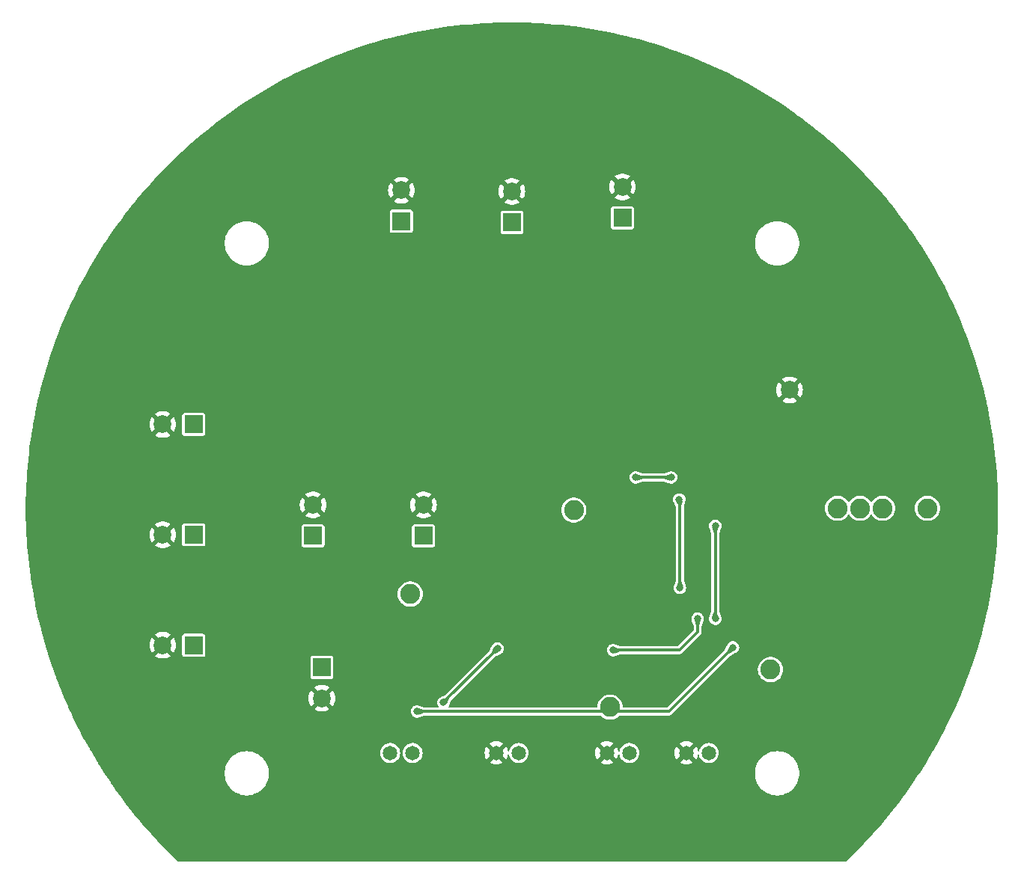
<source format=gbr>
%TF.GenerationSoftware,KiCad,Pcbnew,7.0.1-0*%
%TF.CreationDate,2023-05-23T14:08:40+09:00*%
%TF.ProjectId,Transformation,5472616e-7366-46f7-926d-6174696f6e2e,rev?*%
%TF.SameCoordinates,Original*%
%TF.FileFunction,Copper,L2,Bot*%
%TF.FilePolarity,Positive*%
%FSLAX46Y46*%
G04 Gerber Fmt 4.6, Leading zero omitted, Abs format (unit mm)*
G04 Created by KiCad (PCBNEW 7.0.1-0) date 2023-05-23 14:08:40*
%MOMM*%
%LPD*%
G01*
G04 APERTURE LIST*
%TA.AperFunction,ComponentPad*%
%ADD10R,2.000000X2.000000*%
%TD*%
%TA.AperFunction,ComponentPad*%
%ADD11C,2.000000*%
%TD*%
%TA.AperFunction,ComponentPad*%
%ADD12C,2.250000*%
%TD*%
%TA.AperFunction,ComponentPad*%
%ADD13C,1.650000*%
%TD*%
%TA.AperFunction,ViaPad*%
%ADD14C,0.800000*%
%TD*%
%TA.AperFunction,Conductor*%
%ADD15C,0.300000*%
%TD*%
G04 APERTURE END LIST*
D10*
%TO.P,C14,1*%
%TO.N,+12V*%
X109600492Y-116449344D03*
D11*
%TO.P,C14,2*%
%TO.N,GND*%
X106100492Y-116449344D03*
%TD*%
D10*
%TO.P,C8,1*%
%TO.N,+12V*%
X158100492Y-68067021D03*
D11*
%TO.P,C8,2*%
%TO.N,GND*%
X158100492Y-64567021D03*
%TD*%
D12*
%TO.P,TP3,1,1*%
%TO.N,+VSW*%
X152600492Y-101149344D03*
%TD*%
%TO.P,TP4,1,1*%
%TO.N,+VDC*%
X156700492Y-123449344D03*
%TD*%
%TO.P,TP5,1,1*%
%TO.N,Net-(J4-Pin_2)*%
X174850492Y-119199344D03*
%TD*%
D10*
%TO.P,C15,1*%
%TO.N,+12V*%
X124100492Y-118949344D03*
D11*
%TO.P,C15,2*%
%TO.N,GND*%
X124100492Y-122449344D03*
%TD*%
D13*
%TO.P,J3,1,Pin_1*%
%TO.N,GND*%
X156330492Y-128639344D03*
%TO.P,J3,2,Pin_2*%
%TO.N,+VDC*%
X158870492Y-128639344D03*
%TD*%
D10*
%TO.P,C7,1*%
%TO.N,+12V*%
X145600492Y-68567021D03*
D11*
%TO.P,C7,2*%
%TO.N,GND*%
X145600492Y-65067021D03*
%TD*%
D13*
%TO.P,J4,1,Pin_1*%
%TO.N,GND*%
X165330492Y-128639344D03*
%TO.P,J4,2,Pin_2*%
%TO.N,Net-(J4-Pin_2)*%
X167870492Y-128639344D03*
%TD*%
D10*
%TO.P,C1,1*%
%TO.N,+12V*%
X133100492Y-68449344D03*
D11*
%TO.P,C1,2*%
%TO.N,GND*%
X133100492Y-64949344D03*
%TD*%
D13*
%TO.P,J1,1,Pin_1*%
%TO.N,+BATT*%
X131830492Y-128639344D03*
%TO.P,J1,2,Pin_2*%
%TO.N,+VSW*%
X134370492Y-128639344D03*
%TD*%
%TO.P,J2,1,Pin_1*%
%TO.N,GND*%
X143830492Y-128639344D03*
%TO.P,J2,2,Pin_2*%
%TO.N,+12V*%
X146370492Y-128639344D03*
%TD*%
D10*
%TO.P,C11,1*%
%TO.N,+12V*%
X109600492Y-103949344D03*
D11*
%TO.P,C11,2*%
%TO.N,GND*%
X106100492Y-103949344D03*
%TD*%
D12*
%TO.P,TP2,1,1*%
%TO.N,+12V*%
X134100492Y-110649344D03*
%TD*%
D10*
%TO.P,C13,1*%
%TO.N,+12V*%
X123100492Y-104067021D03*
D11*
%TO.P,C13,2*%
%TO.N,GND*%
X123100492Y-100567021D03*
%TD*%
D12*
%TO.P,SW1,*%
%TO.N,*%
X192600492Y-100949344D03*
%TO.P,SW1,1,A*%
%TO.N,unconnected-(SW1-A-Pad1)*%
X187520492Y-100949344D03*
%TO.P,SW1,2,B*%
%TO.N,Net-(J4-Pin_2)*%
X184980492Y-100949344D03*
%TO.P,SW1,3,C*%
%TO.N,+BATT*%
X182440492Y-100949344D03*
%TD*%
D11*
%TO.P,TP1,1,1*%
%TO.N,GND*%
X177000492Y-87549344D03*
%TD*%
D10*
%TO.P,C12,1*%
%TO.N,+12V*%
X135600492Y-104067021D03*
D11*
%TO.P,C12,2*%
%TO.N,GND*%
X135600492Y-100567021D03*
%TD*%
D10*
%TO.P,C10,1*%
%TO.N,+12V*%
X109600492Y-91449344D03*
D11*
%TO.P,C10,2*%
%TO.N,GND*%
X106100492Y-91449344D03*
%TD*%
D14*
%TO.N,+VSW*%
X143975492Y-116824344D03*
X163600492Y-97449344D03*
X137850492Y-122949344D03*
X159600492Y-97449344D03*
%TO.N,GND*%
X192100492Y-126449344D03*
X125100492Y-131699344D03*
X166100492Y-123449344D03*
X114850492Y-122199344D03*
X171850492Y-95949344D03*
X95600492Y-81949344D03*
X142600492Y-108449344D03*
X92600492Y-98949344D03*
X154850492Y-90449344D03*
X138350492Y-90449344D03*
X132850492Y-90449344D03*
X182600492Y-103949344D03*
X176350492Y-123199344D03*
X136100492Y-75949344D03*
X187100492Y-103449344D03*
X149600492Y-90199344D03*
X108100492Y-62949344D03*
X165100492Y-75949344D03*
X154350492Y-56449344D03*
X186100492Y-98949344D03*
X165850492Y-100699344D03*
X145600492Y-47449344D03*
X110600492Y-138949344D03*
X122100492Y-65449344D03*
X170100492Y-66949344D03*
X171600492Y-82449344D03*
X152100492Y-138949344D03*
X143600492Y-119949344D03*
X167100492Y-52449344D03*
X183100492Y-62949344D03*
X179600492Y-111449344D03*
X184850492Y-123699344D03*
X181100492Y-139449344D03*
X152850492Y-76199344D03*
X122100492Y-80949344D03*
X136350492Y-57199344D03*
X199600492Y-99449344D03*
X136100492Y-121949344D03*
X138600492Y-82449344D03*
X154500492Y-121849344D03*
X172600492Y-99699344D03*
X197600492Y-113949344D03*
X140600492Y-125449344D03*
X132100492Y-75949344D03*
X163600492Y-93449344D03*
X181100492Y-85699344D03*
X175600492Y-101449344D03*
X94600492Y-113949344D03*
X101600492Y-129949344D03*
X195100492Y-82449344D03*
X140100492Y-122949344D03*
X184600492Y-114949344D03*
X124100492Y-52449344D03*
X142600492Y-115949344D03*
X155100492Y-82449344D03*
X110100492Y-79949344D03*
X148350492Y-75949344D03*
X169600492Y-75949344D03*
X151100492Y-125449344D03*
X185100492Y-96449344D03*
%TO.N,+BATT*%
X134850492Y-123949344D03*
X170600492Y-116699344D03*
%TO.N,+VDC*%
X168600492Y-102949344D03*
X168600492Y-113449344D03*
%TO.N,Net-(Q2-G)*%
X164600492Y-109949344D03*
X164530492Y-99944344D03*
X166600492Y-113449344D03*
X157040492Y-117009344D03*
%TD*%
D15*
%TO.N,+VSW*%
X143975492Y-116824344D02*
X137850492Y-122949344D01*
X163600492Y-97449344D02*
X159600492Y-97449344D01*
%TO.N,+BATT*%
X163350492Y-123949344D02*
X170600492Y-116699344D01*
X134850492Y-123949344D02*
X163350492Y-123949344D01*
%TO.N,+VDC*%
X168600492Y-113449344D02*
X168600492Y-102949344D01*
%TO.N,Net-(Q2-G)*%
X164600492Y-109949344D02*
X164600492Y-100014344D01*
X164540492Y-117009344D02*
X166600492Y-114949344D01*
X166600492Y-114949344D02*
X166600492Y-113449344D01*
X157040492Y-117009344D02*
X164540492Y-117009344D01*
X164600492Y-100014344D02*
X164530492Y-99944344D01*
%TD*%
%TA.AperFunction,Conductor*%
%TO.N,GND*%
G36*
X145936232Y-45953775D02*
G01*
X146742470Y-45964578D01*
X146743050Y-45964590D01*
X147412835Y-45982646D01*
X147413332Y-45982662D01*
X148219321Y-46015079D01*
X148219805Y-46015103D01*
X148888738Y-46051194D01*
X148889369Y-46051231D01*
X149694009Y-46105221D01*
X149694852Y-46105284D01*
X150362363Y-46159371D01*
X150363077Y-46159434D01*
X151166039Y-46234971D01*
X151166668Y-46235035D01*
X151832550Y-46307098D01*
X151833203Y-46307173D01*
X152633915Y-46404206D01*
X152634582Y-46404292D01*
X153298262Y-46494270D01*
X153298908Y-46494362D01*
X154096698Y-46612811D01*
X154097380Y-46612917D01*
X154758560Y-46720774D01*
X154758811Y-46720816D01*
X155553461Y-46860657D01*
X155554127Y-46860780D01*
X156211779Y-46986341D01*
X156212436Y-46986471D01*
X157002994Y-47147543D01*
X157003796Y-47147713D01*
X157657739Y-47290932D01*
X157658095Y-47291012D01*
X158444453Y-47473303D01*
X158444932Y-47473418D01*
X159094873Y-47634230D01*
X159095074Y-47634281D01*
X159876334Y-47837595D01*
X159877138Y-47837811D01*
X160522096Y-48015965D01*
X160522556Y-48016095D01*
X161298209Y-48240306D01*
X161298836Y-48240492D01*
X161938653Y-48435929D01*
X161939185Y-48436096D01*
X162708592Y-48681023D01*
X162709281Y-48681248D01*
X163343399Y-48893789D01*
X163343915Y-48893965D01*
X164106688Y-49159493D01*
X164107377Y-49159739D01*
X164735418Y-49389246D01*
X164735671Y-49389340D01*
X165491338Y-49675320D01*
X165492244Y-49675670D01*
X166113451Y-49921851D01*
X166113849Y-49922012D01*
X166861726Y-50228197D01*
X166862564Y-50228547D01*
X167476688Y-50491283D01*
X167477307Y-50491552D01*
X168216751Y-50817684D01*
X168217532Y-50818036D01*
X168824210Y-51097159D01*
X168824742Y-51097407D01*
X169555532Y-51443403D01*
X169556308Y-51443778D01*
X169994479Y-51659866D01*
X170154820Y-51738940D01*
X170155425Y-51739242D01*
X170876994Y-52104854D01*
X170877777Y-52105259D01*
X171467948Y-52416352D01*
X171468208Y-52416490D01*
X172180113Y-52801518D01*
X172180981Y-52801997D01*
X172762230Y-53128698D01*
X172762653Y-53128939D01*
X173464118Y-53532981D01*
X173464916Y-53533449D01*
X174036789Y-53875478D01*
X174037344Y-53875814D01*
X174728036Y-54298695D01*
X174728897Y-54299232D01*
X175291012Y-54656336D01*
X175291317Y-54656532D01*
X175970951Y-55098106D01*
X175971708Y-55098608D01*
X176523724Y-55470546D01*
X176524023Y-55470749D01*
X177083528Y-55855981D01*
X177191859Y-55930570D01*
X177192723Y-55931176D01*
X177734028Y-56317506D01*
X177734267Y-56317678D01*
X178390013Y-56795571D01*
X178390867Y-56796205D01*
X178921103Y-57196633D01*
X178921589Y-57197004D01*
X179564573Y-57692511D01*
X179565309Y-57693089D01*
X180012638Y-58050236D01*
X180084250Y-58107412D01*
X180084717Y-58107789D01*
X180714515Y-58620611D01*
X180715158Y-58621143D01*
X181222555Y-59049138D01*
X181222870Y-59049407D01*
X181445981Y-59241246D01*
X181839058Y-59579229D01*
X181839880Y-59579948D01*
X182335046Y-60021003D01*
X182335225Y-60021164D01*
X182551211Y-60217184D01*
X182937511Y-60567776D01*
X182938321Y-60568524D01*
X183420942Y-61022310D01*
X183421317Y-61022666D01*
X184009024Y-61585492D01*
X184009732Y-61586181D01*
X184479627Y-62052488D01*
X184479977Y-62052839D01*
X185052819Y-62631643D01*
X185053534Y-62632378D01*
X185248708Y-62836792D01*
X185510204Y-63110668D01*
X185510584Y-63111070D01*
X185866268Y-63490260D01*
X186052363Y-63688654D01*
X186068078Y-63705407D01*
X186068845Y-63706239D01*
X186511963Y-64196111D01*
X186512326Y-64196516D01*
X187054178Y-64806123D01*
X187054911Y-64806962D01*
X187176890Y-64949343D01*
X187484221Y-65308076D01*
X187484567Y-65308484D01*
X188010335Y-65932921D01*
X188011067Y-65933807D01*
X188205021Y-66172953D01*
X188425972Y-66445387D01*
X188426228Y-66445702D01*
X188426503Y-66446044D01*
X188935915Y-67085055D01*
X188936564Y-67085885D01*
X189337416Y-67608309D01*
X189337575Y-67608518D01*
X189830147Y-68261566D01*
X189830784Y-68262428D01*
X189965998Y-68448844D01*
X190216924Y-68794790D01*
X190217105Y-68795041D01*
X190692469Y-69461711D01*
X190693118Y-69462639D01*
X191064221Y-70004410D01*
X191064500Y-70004821D01*
X191522206Y-70684547D01*
X191522860Y-70685539D01*
X191878760Y-71236389D01*
X191879023Y-71236799D01*
X192318828Y-71929297D01*
X192319460Y-71930313D01*
X192659894Y-72489741D01*
X192660104Y-72490089D01*
X192830951Y-72775735D01*
X193081724Y-73195010D01*
X193082333Y-73196051D01*
X193407021Y-73763494D01*
X193407252Y-73763901D01*
X193810324Y-74480740D01*
X193810910Y-74481806D01*
X194119686Y-75056855D01*
X194119902Y-75057260D01*
X194504140Y-75785630D01*
X194504701Y-75786720D01*
X194797399Y-76368945D01*
X194797599Y-76369347D01*
X195162612Y-77108621D01*
X195163148Y-77109734D01*
X195439556Y-77698584D01*
X195439742Y-77698983D01*
X195785326Y-78448883D01*
X195785835Y-78450018D01*
X196045813Y-79045046D01*
X196045984Y-79045441D01*
X196371775Y-79805322D01*
X196372258Y-79806479D01*
X196615696Y-80407281D01*
X196615852Y-80407672D01*
X196921609Y-81177131D01*
X196922064Y-81178310D01*
X197148690Y-81784028D01*
X197148833Y-81784414D01*
X197434363Y-82563155D01*
X197434789Y-82564354D01*
X197644589Y-83174735D01*
X197644718Y-83175116D01*
X197909705Y-83962497D01*
X197910102Y-83963716D01*
X198102899Y-84578004D01*
X198103015Y-84578379D01*
X198347270Y-85374082D01*
X198347637Y-85375321D01*
X198523425Y-85993223D01*
X198523528Y-85993592D01*
X198746758Y-86796939D01*
X198747094Y-86798196D01*
X198905703Y-87418795D01*
X198905794Y-87419157D01*
X199107875Y-88230035D01*
X199108179Y-88231310D01*
X199249631Y-88854299D01*
X199300144Y-89082930D01*
X199430360Y-89672328D01*
X199430631Y-89673620D01*
X199554800Y-90297967D01*
X199554677Y-90297991D01*
X199554870Y-90298315D01*
X199713967Y-91122725D01*
X199714205Y-91124033D01*
X199821219Y-91749830D01*
X199821276Y-91750171D01*
X199958502Y-92580226D01*
X199958706Y-92581549D01*
X200048507Y-93207839D01*
X200048554Y-93208172D01*
X200163788Y-94043765D01*
X200163958Y-94045102D01*
X200236592Y-94671358D01*
X200236629Y-94671683D01*
X200329684Y-95512361D01*
X200329818Y-95513712D01*
X200385317Y-96139070D01*
X200385196Y-96139080D01*
X200385346Y-96139386D01*
X200456056Y-96984825D01*
X200456155Y-96986189D01*
X200494636Y-97610466D01*
X200494654Y-97610773D01*
X200542817Y-98460146D01*
X200542880Y-98461521D01*
X200564438Y-99084087D01*
X200564447Y-99084385D01*
X200589909Y-99937279D01*
X200589935Y-99938665D01*
X200594685Y-100558470D01*
X200594567Y-100558470D01*
X200594688Y-100558759D01*
X200597295Y-101415183D01*
X200597283Y-101416578D01*
X200585389Y-102033206D01*
X200585383Y-102033486D01*
X200564968Y-102892736D01*
X200564919Y-102894140D01*
X200536573Y-103506753D01*
X200536560Y-103507022D01*
X200492954Y-104368867D01*
X200492867Y-104370279D01*
X200448273Y-104978491D01*
X200448253Y-104978751D01*
X200381305Y-105842537D01*
X200381179Y-105843955D01*
X200320588Y-106446999D01*
X200320562Y-106447249D01*
X200230100Y-107312674D01*
X200229935Y-107314098D01*
X200153680Y-107910883D01*
X200153649Y-107911122D01*
X200039437Y-108778298D01*
X200039232Y-108779726D01*
X199947647Y-109369575D01*
X199947611Y-109369804D01*
X199809477Y-110238184D01*
X199809232Y-110239616D01*
X199702637Y-110822127D01*
X199702597Y-110822346D01*
X199540372Y-111691370D01*
X199540087Y-111692804D01*
X199418924Y-112267069D01*
X199418879Y-112267277D01*
X199232306Y-113136867D01*
X199231981Y-113138302D01*
X199096831Y-113703050D01*
X199096783Y-113703248D01*
X198885521Y-114573523D01*
X198885155Y-114574958D01*
X198736468Y-115129771D01*
X198736417Y-115129958D01*
X198500270Y-116000309D01*
X198499863Y-116001743D01*
X198338335Y-116545432D01*
X198338282Y-116545609D01*
X198076790Y-117416331D01*
X198076341Y-117417762D01*
X197902767Y-117949103D01*
X197902713Y-117949269D01*
X197615433Y-118820405D01*
X197614943Y-118821833D01*
X197430100Y-119339935D01*
X197430044Y-119340090D01*
X197116510Y-120211599D01*
X197115978Y-120213022D01*
X196920937Y-120716413D01*
X196920881Y-120716559D01*
X196580391Y-121588869D01*
X196579818Y-121590285D01*
X196375665Y-122077775D01*
X196375608Y-122077911D01*
X196007464Y-122951229D01*
X196006849Y-122952638D01*
X195794893Y-123422782D01*
X195794837Y-123422907D01*
X195398111Y-124297760D01*
X195397454Y-124299161D01*
X195179495Y-124749798D01*
X195179440Y-124749913D01*
X194752842Y-125627339D01*
X194752144Y-125628730D01*
X194529902Y-126058293D01*
X194529847Y-126058399D01*
X194072051Y-126939163D01*
X194071312Y-126940543D01*
X193847431Y-127346106D01*
X193847378Y-127346201D01*
X193356250Y-128232232D01*
X193355469Y-128233600D01*
X193133058Y-128612027D01*
X193133007Y-128612113D01*
X192605989Y-129505560D01*
X192605167Y-129506915D01*
X192387994Y-129854625D01*
X192387946Y-129854701D01*
X191821752Y-130758321D01*
X191820888Y-130759661D01*
X191614486Y-131071119D01*
X191614442Y-131071186D01*
X191004150Y-131989538D01*
X191003245Y-131990863D01*
X190815064Y-132258853D01*
X190815023Y-132258911D01*
X190153771Y-133198329D01*
X190152826Y-133199636D01*
X189993065Y-133414595D01*
X189271213Y-134383844D01*
X189270227Y-134385133D01*
X189155161Y-134531543D01*
X189095698Y-134607072D01*
X188357076Y-135545270D01*
X188356050Y-135546538D01*
X188313180Y-135598161D01*
X188313152Y-135598195D01*
X187413631Y-136679829D01*
X187412543Y-136681103D01*
X186441157Y-137787454D01*
X186440035Y-137788697D01*
X185439386Y-138868582D01*
X185438231Y-138869795D01*
X184409008Y-139922479D01*
X184407821Y-139923661D01*
X183368470Y-140931219D01*
X183324968Y-140948844D01*
X107876016Y-140948844D01*
X107832514Y-140931219D01*
X106793162Y-139923661D01*
X106791975Y-139922479D01*
X105762752Y-138869795D01*
X105761597Y-138868582D01*
X105268124Y-138336033D01*
X104760918Y-137788664D01*
X104759854Y-137787485D01*
X103788436Y-136681098D01*
X103787352Y-136679829D01*
X103322476Y-136120836D01*
X102887463Y-135597752D01*
X102844919Y-135546523D01*
X102843906Y-135545270D01*
X102622465Y-135263995D01*
X102045627Y-134531295D01*
X101930741Y-134385115D01*
X101929769Y-134383844D01*
X101207839Y-133414488D01*
X101048154Y-133199633D01*
X101047211Y-133198329D01*
X100749749Y-132775735D01*
X100385848Y-132258752D01*
X100215465Y-132016110D01*
X100197728Y-131990850D01*
X100196832Y-131989538D01*
X99610117Y-131106663D01*
X113099992Y-131106663D01*
X113139426Y-131418818D01*
X113217671Y-131723565D01*
X113333498Y-132016110D01*
X113466979Y-132258911D01*
X113485076Y-132291828D01*
X113670014Y-132546374D01*
X113670016Y-132546376D01*
X113885399Y-132775735D01*
X114127826Y-132976289D01*
X114127828Y-132976290D01*
X114127829Y-132976291D01*
X114393485Y-133144881D01*
X114678177Y-133278847D01*
X114977413Y-133376075D01*
X115286477Y-133435032D01*
X115521909Y-133449844D01*
X115679070Y-133449844D01*
X115679075Y-133449844D01*
X115914507Y-133435032D01*
X116223571Y-133376075D01*
X116522807Y-133278847D01*
X116807499Y-133144881D01*
X117073155Y-132976291D01*
X117315586Y-132775734D01*
X117530970Y-132546374D01*
X117715908Y-132291828D01*
X117867486Y-132016110D01*
X117983311Y-131723569D01*
X118061558Y-131418817D01*
X118100992Y-131106663D01*
X173099992Y-131106663D01*
X173139426Y-131418818D01*
X173217671Y-131723565D01*
X173333498Y-132016110D01*
X173466979Y-132258911D01*
X173485076Y-132291828D01*
X173670014Y-132546374D01*
X173670016Y-132546376D01*
X173885399Y-132775735D01*
X174127826Y-132976289D01*
X174127828Y-132976290D01*
X174127829Y-132976291D01*
X174393485Y-133144881D01*
X174678177Y-133278847D01*
X174977413Y-133376075D01*
X175286477Y-133435032D01*
X175521909Y-133449844D01*
X175679070Y-133449844D01*
X175679075Y-133449844D01*
X175914507Y-133435032D01*
X176223571Y-133376075D01*
X176522807Y-133278847D01*
X176807499Y-133144881D01*
X177073155Y-132976291D01*
X177315586Y-132775734D01*
X177530970Y-132546374D01*
X177715908Y-132291828D01*
X177867486Y-132016110D01*
X177983311Y-131723569D01*
X178061558Y-131418817D01*
X178100992Y-131106662D01*
X178100992Y-130792026D01*
X178061558Y-130479871D01*
X177983311Y-130175119D01*
X177867486Y-129882578D01*
X177715908Y-129606860D01*
X177530970Y-129352314D01*
X177315586Y-129122954D01*
X177280889Y-129094250D01*
X177073157Y-128922398D01*
X176982751Y-128865025D01*
X176807499Y-128753807D01*
X176522807Y-128619841D01*
X176522805Y-128619840D01*
X176223570Y-128522612D01*
X175914509Y-128463656D01*
X175847240Y-128459424D01*
X175679075Y-128448844D01*
X175521909Y-128448844D01*
X175374763Y-128458101D01*
X175286474Y-128463656D01*
X174977413Y-128522612D01*
X174678178Y-128619840D01*
X174527452Y-128690766D01*
X174393485Y-128753807D01*
X174299353Y-128813545D01*
X174127826Y-128922398D01*
X173885399Y-129122952D01*
X173670016Y-129352311D01*
X173485073Y-129606864D01*
X173333498Y-129882577D01*
X173217671Y-130175122D01*
X173139426Y-130479869D01*
X173099992Y-130792025D01*
X173099992Y-131106663D01*
X118100992Y-131106663D01*
X118100992Y-131106662D01*
X118100992Y-130792026D01*
X118061558Y-130479871D01*
X117983311Y-130175119D01*
X117867486Y-129882578D01*
X117715908Y-129606860D01*
X117530970Y-129352314D01*
X117315586Y-129122954D01*
X117280889Y-129094250D01*
X117073157Y-128922398D01*
X116982751Y-128865025D01*
X116807499Y-128753807D01*
X116564251Y-128639343D01*
X130700169Y-128639343D01*
X130719415Y-128847038D01*
X130740857Y-128922397D01*
X130776498Y-129047663D01*
X130869473Y-129234382D01*
X130995174Y-129400837D01*
X131149321Y-129541360D01*
X131326664Y-129651167D01*
X131521165Y-129726517D01*
X131726199Y-129764844D01*
X131934784Y-129764844D01*
X131934785Y-129764844D01*
X132139819Y-129726517D01*
X132334320Y-129651167D01*
X132511663Y-129541360D01*
X132665810Y-129400837D01*
X132791511Y-129234382D01*
X132884486Y-129047663D01*
X132941568Y-128847040D01*
X132960814Y-128639344D01*
X132960814Y-128639343D01*
X133240169Y-128639343D01*
X133259415Y-128847038D01*
X133280857Y-128922397D01*
X133316498Y-129047663D01*
X133409473Y-129234382D01*
X133535174Y-129400837D01*
X133689321Y-129541360D01*
X133866664Y-129651167D01*
X134061165Y-129726517D01*
X134266199Y-129764844D01*
X134474784Y-129764844D01*
X134474785Y-129764844D01*
X134627377Y-129736320D01*
X143087067Y-129736320D01*
X143165459Y-129791210D01*
X143375585Y-129889193D01*
X143599528Y-129949198D01*
X143830492Y-129969405D01*
X144061455Y-129949198D01*
X144285398Y-129889193D01*
X144495520Y-129791211D01*
X144573914Y-129736319D01*
X143830492Y-128992897D01*
X143087067Y-129736320D01*
X134627377Y-129736320D01*
X134679819Y-129726517D01*
X134874320Y-129651167D01*
X135051663Y-129541360D01*
X135205810Y-129400837D01*
X135331511Y-129234382D01*
X135424486Y-129047663D01*
X135481568Y-128847040D01*
X135500814Y-128639344D01*
X135500814Y-128639343D01*
X142500430Y-128639343D01*
X142520637Y-128870307D01*
X142580642Y-129094250D01*
X142678625Y-129304376D01*
X142733514Y-129382767D01*
X143476939Y-128639344D01*
X144184045Y-128639344D01*
X144927467Y-129382766D01*
X144982359Y-129304372D01*
X145080341Y-129094250D01*
X145141762Y-128865025D01*
X145142686Y-128865272D01*
X145158238Y-128831744D01*
X145196676Y-128813545D01*
X145237860Y-128824154D01*
X145262721Y-128858659D01*
X145280857Y-128922398D01*
X145316498Y-129047663D01*
X145409473Y-129234382D01*
X145535174Y-129400837D01*
X145689321Y-129541360D01*
X145866664Y-129651167D01*
X146061165Y-129726517D01*
X146266199Y-129764844D01*
X146474784Y-129764844D01*
X146474785Y-129764844D01*
X146627377Y-129736320D01*
X155587067Y-129736320D01*
X155665459Y-129791210D01*
X155875585Y-129889193D01*
X156099528Y-129949198D01*
X156330492Y-129969405D01*
X156561455Y-129949198D01*
X156785398Y-129889193D01*
X156995520Y-129791211D01*
X157073914Y-129736319D01*
X156330492Y-128992897D01*
X155587067Y-129736320D01*
X146627377Y-129736320D01*
X146679819Y-129726517D01*
X146874320Y-129651167D01*
X147051663Y-129541360D01*
X147205810Y-129400837D01*
X147331511Y-129234382D01*
X147424486Y-129047663D01*
X147481568Y-128847040D01*
X147500814Y-128639344D01*
X147500814Y-128639343D01*
X155000430Y-128639343D01*
X155020637Y-128870307D01*
X155080642Y-129094250D01*
X155178625Y-129304376D01*
X155233514Y-129382767D01*
X155976937Y-128639344D01*
X156684045Y-128639344D01*
X157427467Y-129382766D01*
X157482359Y-129304372D01*
X157580341Y-129094250D01*
X157641762Y-128865025D01*
X157642686Y-128865272D01*
X157658238Y-128831744D01*
X157696676Y-128813545D01*
X157737860Y-128824154D01*
X157762721Y-128858659D01*
X157780857Y-128922398D01*
X157816498Y-129047663D01*
X157909473Y-129234382D01*
X158035174Y-129400837D01*
X158189321Y-129541360D01*
X158366664Y-129651167D01*
X158561165Y-129726517D01*
X158766199Y-129764844D01*
X158974784Y-129764844D01*
X158974785Y-129764844D01*
X159127377Y-129736320D01*
X164587067Y-129736320D01*
X164665459Y-129791210D01*
X164875585Y-129889193D01*
X165099528Y-129949198D01*
X165330492Y-129969405D01*
X165561455Y-129949198D01*
X165785398Y-129889193D01*
X165995520Y-129791211D01*
X166073914Y-129736319D01*
X165330492Y-128992897D01*
X164587067Y-129736320D01*
X159127377Y-129736320D01*
X159179819Y-129726517D01*
X159374320Y-129651167D01*
X159551663Y-129541360D01*
X159705810Y-129400837D01*
X159831511Y-129234382D01*
X159924486Y-129047663D01*
X159981568Y-128847040D01*
X160000814Y-128639344D01*
X160000814Y-128639343D01*
X164000430Y-128639343D01*
X164020637Y-128870307D01*
X164080642Y-129094250D01*
X164178625Y-129304376D01*
X164233514Y-129382767D01*
X164976938Y-128639343D01*
X165684044Y-128639343D01*
X166427467Y-129382766D01*
X166482359Y-129304372D01*
X166580341Y-129094250D01*
X166641762Y-128865025D01*
X166642686Y-128865272D01*
X166658238Y-128831744D01*
X166696676Y-128813545D01*
X166737860Y-128824154D01*
X166762721Y-128858659D01*
X166780857Y-128922398D01*
X166816498Y-129047663D01*
X166909473Y-129234382D01*
X167035174Y-129400837D01*
X167189321Y-129541360D01*
X167366664Y-129651167D01*
X167561165Y-129726517D01*
X167766199Y-129764844D01*
X167974784Y-129764844D01*
X167974785Y-129764844D01*
X168179819Y-129726517D01*
X168374320Y-129651167D01*
X168551663Y-129541360D01*
X168705810Y-129400837D01*
X168831511Y-129234382D01*
X168924486Y-129047663D01*
X168981568Y-128847040D01*
X169000814Y-128639344D01*
X168981568Y-128431648D01*
X168924486Y-128231025D01*
X168831511Y-128044306D01*
X168705810Y-127877851D01*
X168551663Y-127737328D01*
X168374320Y-127627521D01*
X168374317Y-127627520D01*
X168374316Y-127627519D01*
X168179821Y-127552171D01*
X168043129Y-127526619D01*
X167974785Y-127513844D01*
X167766199Y-127513844D01*
X167714940Y-127523425D01*
X167561162Y-127552171D01*
X167366667Y-127627519D01*
X167189319Y-127737329D01*
X167035174Y-127877850D01*
X166909474Y-128044304D01*
X166816497Y-128231028D01*
X166762721Y-128420028D01*
X166737860Y-128454533D01*
X166696676Y-128465142D01*
X166658239Y-128446944D01*
X166642686Y-128413415D01*
X166641762Y-128413663D01*
X166580341Y-128184437D01*
X166482359Y-127974315D01*
X166427466Y-127895921D01*
X165684044Y-128639343D01*
X164976938Y-128639343D01*
X164233515Y-127895920D01*
X164178625Y-127974312D01*
X164080642Y-128184437D01*
X164020637Y-128408380D01*
X164000430Y-128639343D01*
X160000814Y-128639343D01*
X159981568Y-128431648D01*
X159924486Y-128231025D01*
X159831511Y-128044306D01*
X159705810Y-127877851D01*
X159551663Y-127737328D01*
X159374320Y-127627521D01*
X159374317Y-127627520D01*
X159374316Y-127627519D01*
X159179821Y-127552171D01*
X159127374Y-127542367D01*
X164587068Y-127542367D01*
X165330491Y-128285790D01*
X166073915Y-127542366D01*
X165995524Y-127487477D01*
X165785398Y-127389494D01*
X165561455Y-127329489D01*
X165330492Y-127309282D01*
X165099528Y-127329489D01*
X164875585Y-127389494D01*
X164665460Y-127487477D01*
X164587068Y-127542367D01*
X159127374Y-127542367D01*
X159043129Y-127526619D01*
X158974785Y-127513844D01*
X158766199Y-127513844D01*
X158714940Y-127523425D01*
X158561162Y-127552171D01*
X158366667Y-127627519D01*
X158189319Y-127737329D01*
X158035174Y-127877850D01*
X157909474Y-128044304D01*
X157816497Y-128231028D01*
X157762721Y-128420028D01*
X157737860Y-128454533D01*
X157696676Y-128465142D01*
X157658239Y-128446944D01*
X157642686Y-128413415D01*
X157641762Y-128413663D01*
X157580341Y-128184437D01*
X157482359Y-127974315D01*
X157427466Y-127895921D01*
X156684045Y-128639344D01*
X155976937Y-128639344D01*
X155976938Y-128639343D01*
X155233515Y-127895920D01*
X155178625Y-127974312D01*
X155080642Y-128184437D01*
X155020637Y-128408380D01*
X155000430Y-128639343D01*
X147500814Y-128639343D01*
X147481568Y-128431648D01*
X147424486Y-128231025D01*
X147331511Y-128044306D01*
X147205810Y-127877851D01*
X147051663Y-127737328D01*
X146874320Y-127627521D01*
X146874317Y-127627520D01*
X146874316Y-127627519D01*
X146679821Y-127552171D01*
X146627374Y-127542367D01*
X155587068Y-127542367D01*
X156330491Y-128285790D01*
X157073915Y-127542366D01*
X156995524Y-127487477D01*
X156785398Y-127389494D01*
X156561455Y-127329489D01*
X156330492Y-127309282D01*
X156099528Y-127329489D01*
X155875585Y-127389494D01*
X155665460Y-127487477D01*
X155587068Y-127542367D01*
X146627374Y-127542367D01*
X146543129Y-127526619D01*
X146474785Y-127513844D01*
X146266199Y-127513844D01*
X146214940Y-127523425D01*
X146061162Y-127552171D01*
X145866667Y-127627519D01*
X145689319Y-127737329D01*
X145535174Y-127877850D01*
X145409474Y-128044304D01*
X145316497Y-128231028D01*
X145262721Y-128420028D01*
X145237860Y-128454533D01*
X145196676Y-128465142D01*
X145158239Y-128446944D01*
X145142686Y-128413415D01*
X145141762Y-128413663D01*
X145080341Y-128184437D01*
X144982359Y-127974315D01*
X144927466Y-127895921D01*
X144184045Y-128639344D01*
X143476939Y-128639344D01*
X142733515Y-127895920D01*
X142678625Y-127974312D01*
X142580642Y-128184437D01*
X142520637Y-128408380D01*
X142500430Y-128639343D01*
X135500814Y-128639343D01*
X135481568Y-128431648D01*
X135424486Y-128231025D01*
X135331511Y-128044306D01*
X135205810Y-127877851D01*
X135051663Y-127737328D01*
X134874320Y-127627521D01*
X134874317Y-127627520D01*
X134874316Y-127627519D01*
X134679821Y-127552171D01*
X134627374Y-127542367D01*
X143087068Y-127542367D01*
X143830491Y-128285790D01*
X144573915Y-127542366D01*
X144495524Y-127487477D01*
X144285398Y-127389494D01*
X144061455Y-127329489D01*
X143830492Y-127309282D01*
X143599528Y-127329489D01*
X143375585Y-127389494D01*
X143165460Y-127487477D01*
X143087068Y-127542367D01*
X134627374Y-127542367D01*
X134543129Y-127526619D01*
X134474785Y-127513844D01*
X134266199Y-127513844D01*
X134214940Y-127523425D01*
X134061162Y-127552171D01*
X133866667Y-127627519D01*
X133689319Y-127737329D01*
X133535174Y-127877850D01*
X133409474Y-128044304D01*
X133316497Y-128231027D01*
X133259415Y-128431649D01*
X133240169Y-128639343D01*
X132960814Y-128639343D01*
X132941568Y-128431648D01*
X132884486Y-128231025D01*
X132791511Y-128044306D01*
X132665810Y-127877851D01*
X132511663Y-127737328D01*
X132334320Y-127627521D01*
X132334317Y-127627520D01*
X132334316Y-127627519D01*
X132139821Y-127552171D01*
X132003129Y-127526619D01*
X131934785Y-127513844D01*
X131726199Y-127513844D01*
X131674940Y-127523425D01*
X131521162Y-127552171D01*
X131326667Y-127627519D01*
X131149319Y-127737329D01*
X130995174Y-127877850D01*
X130869474Y-128044304D01*
X130776497Y-128231027D01*
X130719415Y-128431649D01*
X130700169Y-128639343D01*
X116564251Y-128639343D01*
X116522807Y-128619841D01*
X116522805Y-128619840D01*
X116223570Y-128522612D01*
X115914509Y-128463656D01*
X115847240Y-128459424D01*
X115679075Y-128448844D01*
X115521909Y-128448844D01*
X115374763Y-128458101D01*
X115286474Y-128463656D01*
X114977413Y-128522612D01*
X114678178Y-128619840D01*
X114527452Y-128690766D01*
X114393485Y-128753807D01*
X114299353Y-128813545D01*
X114127826Y-128922398D01*
X113885399Y-129122952D01*
X113670016Y-129352311D01*
X113485073Y-129606864D01*
X113333498Y-129882577D01*
X113217671Y-130175122D01*
X113139426Y-130479869D01*
X113099992Y-130792025D01*
X113099992Y-131106663D01*
X99610117Y-131106663D01*
X99586541Y-131071186D01*
X99586497Y-131071120D01*
X99576977Y-131056754D01*
X99380065Y-130759617D01*
X99379230Y-130758321D01*
X99013805Y-130175119D01*
X98812844Y-129854393D01*
X98773382Y-129791211D01*
X98595780Y-129506858D01*
X98595031Y-129505623D01*
X98067847Y-128611894D01*
X97845500Y-128233578D01*
X97844732Y-128232232D01*
X97818239Y-128184437D01*
X97353442Y-127345908D01*
X97344379Y-127329489D01*
X97129637Y-126940481D01*
X97128965Y-126939227D01*
X96670929Y-126058002D01*
X96448831Y-125628718D01*
X96448140Y-125627339D01*
X96021487Y-124749798D01*
X95803500Y-124299102D01*
X95802897Y-124297816D01*
X95519537Y-123672953D01*
X123230433Y-123672953D01*
X123277259Y-123709398D01*
X123495881Y-123827710D01*
X123731003Y-123908427D01*
X123976200Y-123949344D01*
X124224784Y-123949344D01*
X124224790Y-123949343D01*
X134144846Y-123949343D01*
X134165350Y-124118213D01*
X134225674Y-124277276D01*
X134313571Y-124404614D01*
X134322309Y-124417273D01*
X134449640Y-124530078D01*
X134600267Y-124609134D01*
X134765436Y-124649844D01*
X134935548Y-124649844D01*
X135100717Y-124609134D01*
X135100722Y-124609131D01*
X135101737Y-124608881D01*
X135109439Y-124606003D01*
X135109310Y-124605621D01*
X135112088Y-124604677D01*
X135112097Y-124604676D01*
X135705883Y-124403158D01*
X135725969Y-124399844D01*
X155610527Y-124399844D01*
X155635633Y-124405108D01*
X155656509Y-124420014D01*
X155731717Y-124501711D01*
X155835494Y-124582483D01*
X155918146Y-124646814D01*
X156125913Y-124759252D01*
X156349353Y-124835960D01*
X156582372Y-124874844D01*
X156818610Y-124874844D01*
X156818612Y-124874844D01*
X157051631Y-124835960D01*
X157275071Y-124759252D01*
X157482838Y-124646814D01*
X157669265Y-124501712D01*
X157669266Y-124501711D01*
X157744475Y-124420014D01*
X157765351Y-124405108D01*
X157790457Y-124399844D01*
X163321681Y-124399844D01*
X163328679Y-124400237D01*
X163367527Y-124404614D01*
X163424853Y-124393766D01*
X163427103Y-124393384D01*
X163462136Y-124388104D01*
X163484774Y-124384693D01*
X163484774Y-124384692D01*
X163484779Y-124384692D01*
X163485097Y-124384538D01*
X163500611Y-124379434D01*
X163500964Y-124379367D01*
X163500964Y-124379366D01*
X163552551Y-124352101D01*
X163554578Y-124351077D01*
X163607134Y-124325769D01*
X163607401Y-124325520D01*
X163620709Y-124316080D01*
X163620793Y-124316035D01*
X163621030Y-124315910D01*
X163662280Y-124274658D01*
X163663935Y-124273064D01*
X163706686Y-124233399D01*
X163706868Y-124233083D01*
X163716799Y-124220139D01*
X168737593Y-119199344D01*
X173420107Y-119199344D01*
X173439616Y-119434778D01*
X173497609Y-119663789D01*
X173550880Y-119785235D01*
X173592506Y-119880133D01*
X173683451Y-120019335D01*
X173721717Y-120077905D01*
X173881719Y-120251712D01*
X174068146Y-120396814D01*
X174275913Y-120509252D01*
X174499353Y-120585960D01*
X174732372Y-120624844D01*
X174968610Y-120624844D01*
X174968612Y-120624844D01*
X175201631Y-120585960D01*
X175425071Y-120509252D01*
X175632838Y-120396814D01*
X175819265Y-120251712D01*
X175979267Y-120077905D01*
X176108478Y-119880132D01*
X176203375Y-119663789D01*
X176261368Y-119434778D01*
X176280877Y-119199344D01*
X176261368Y-118963910D01*
X176203375Y-118734899D01*
X176108478Y-118518556D01*
X175979267Y-118320783D01*
X175819265Y-118146976D01*
X175632838Y-118001874D01*
X175425071Y-117889436D01*
X175201631Y-117812728D01*
X174968612Y-117773844D01*
X174732372Y-117773844D01*
X174499352Y-117812728D01*
X174499353Y-117812728D01*
X174275910Y-117889437D01*
X174068144Y-118001875D01*
X173881721Y-118146974D01*
X173721716Y-118320783D01*
X173592506Y-118518554D01*
X173509255Y-118708347D01*
X173497609Y-118734899D01*
X173439616Y-118963910D01*
X173420107Y-119199344D01*
X168737593Y-119199344D01*
X170299992Y-117636945D01*
X170316533Y-117625091D01*
X170878898Y-117347716D01*
X170914049Y-117326059D01*
X170917763Y-117323944D01*
X171001344Y-117280078D01*
X171128675Y-117167273D01*
X171225310Y-117027274D01*
X171285632Y-116868216D01*
X171285632Y-116868215D01*
X171285633Y-116868213D01*
X171306137Y-116699344D01*
X171285633Y-116530474D01*
X171225309Y-116371411D01*
X171128675Y-116231415D01*
X171001345Y-116118611D01*
X171001344Y-116118610D01*
X170892463Y-116061464D01*
X170850716Y-116039553D01*
X170685548Y-115998844D01*
X170515436Y-115998844D01*
X170350267Y-116039553D01*
X170199638Y-116118611D01*
X170072308Y-116231415D01*
X169975675Y-116371411D01*
X169966644Y-116395222D01*
X169961421Y-116405836D01*
X169952119Y-116420936D01*
X169851072Y-116625801D01*
X169674742Y-116983301D01*
X169662883Y-116999848D01*
X163182195Y-123480538D01*
X163161919Y-123494086D01*
X163138001Y-123498844D01*
X158192514Y-123498844D01*
X158150184Y-123482327D01*
X158130227Y-123441505D01*
X158128686Y-123422907D01*
X158111368Y-123213910D01*
X158053375Y-122984899D01*
X157958478Y-122768556D01*
X157829267Y-122570783D01*
X157669265Y-122396976D01*
X157482838Y-122251874D01*
X157275071Y-122139436D01*
X157051631Y-122062728D01*
X156818612Y-122023844D01*
X156582372Y-122023844D01*
X156349353Y-122062727D01*
X156349353Y-122062728D01*
X156125910Y-122139437D01*
X155918144Y-122251875D01*
X155731721Y-122396974D01*
X155571716Y-122570783D01*
X155442506Y-122768554D01*
X155368155Y-122938058D01*
X155347609Y-122984899D01*
X155289616Y-123213910D01*
X155274127Y-123400840D01*
X155270757Y-123441505D01*
X155250800Y-123482327D01*
X155208470Y-123498844D01*
X138441454Y-123498844D01*
X138400009Y-123483126D01*
X138379410Y-123443877D01*
X138390018Y-123400840D01*
X138466666Y-123289797D01*
X138475310Y-123277274D01*
X138484342Y-123253455D01*
X138489567Y-123242838D01*
X138498864Y-123227750D01*
X138776238Y-122665387D01*
X138788092Y-122648846D01*
X143674992Y-117761945D01*
X143691533Y-117750091D01*
X144253898Y-117472716D01*
X144289049Y-117451059D01*
X144292763Y-117448944D01*
X144376344Y-117405078D01*
X144503675Y-117292273D01*
X144565968Y-117202025D01*
X144600309Y-117152276D01*
X144654516Y-117009344D01*
X144654516Y-117009343D01*
X156334846Y-117009343D01*
X156355350Y-117178213D01*
X156415674Y-117337276D01*
X156512308Y-117477272D01*
X156512309Y-117477273D01*
X156639640Y-117590078D01*
X156790267Y-117669134D01*
X156955436Y-117709844D01*
X157125548Y-117709844D01*
X157290717Y-117669134D01*
X157290722Y-117669131D01*
X157291737Y-117668881D01*
X157299439Y-117666003D01*
X157299310Y-117665621D01*
X157302088Y-117664677D01*
X157302097Y-117664676D01*
X157895883Y-117463158D01*
X157915969Y-117459844D01*
X164511681Y-117459844D01*
X164518679Y-117460237D01*
X164557527Y-117464614D01*
X164614853Y-117453766D01*
X164617103Y-117453384D01*
X164652136Y-117448104D01*
X164674774Y-117444693D01*
X164674774Y-117444692D01*
X164674779Y-117444692D01*
X164675097Y-117444538D01*
X164690611Y-117439434D01*
X164690964Y-117439367D01*
X164690963Y-117439367D01*
X164742551Y-117412101D01*
X164744578Y-117411077D01*
X164797134Y-117385769D01*
X164797401Y-117385520D01*
X164810709Y-117376080D01*
X164810793Y-117376035D01*
X164811030Y-117375910D01*
X164852279Y-117334659D01*
X164853934Y-117333065D01*
X164896686Y-117293399D01*
X164896868Y-117293083D01*
X164906799Y-117280139D01*
X166898678Y-115288259D01*
X166903877Y-115283612D01*
X166934462Y-115259223D01*
X166967330Y-115211013D01*
X166968653Y-115209148D01*
X167003285Y-115162226D01*
X167003402Y-115161889D01*
X167010757Y-115147319D01*
X167010964Y-115147017D01*
X167028170Y-115091232D01*
X167028875Y-115089089D01*
X167048138Y-115034043D01*
X167048151Y-115033683D01*
X167050885Y-115017592D01*
X167050992Y-115017245D01*
X167050992Y-114958931D01*
X167051036Y-114956593D01*
X167053216Y-114898335D01*
X167053123Y-114897986D01*
X167050992Y-114881806D01*
X167050992Y-114324823D01*
X167054307Y-114304737D01*
X167106874Y-114149844D01*
X167255824Y-113710948D01*
X167263881Y-113677031D01*
X167266243Y-113669339D01*
X167285632Y-113618216D01*
X167285632Y-113618215D01*
X167285633Y-113618213D01*
X167306137Y-113449344D01*
X167894846Y-113449344D01*
X167915350Y-113618213D01*
X167975674Y-113777276D01*
X168072308Y-113917272D01*
X168072309Y-113917273D01*
X168199640Y-114030078D01*
X168350267Y-114109134D01*
X168515436Y-114149844D01*
X168685548Y-114149844D01*
X168850717Y-114109134D01*
X169001344Y-114030078D01*
X169128675Y-113917273D01*
X169225310Y-113777274D01*
X169285632Y-113618216D01*
X169285632Y-113618215D01*
X169285633Y-113618213D01*
X169306137Y-113449344D01*
X169285633Y-113280474D01*
X169280320Y-113266467D01*
X169266247Y-113229360D01*
X169263880Y-113221650D01*
X169260321Y-113206669D01*
X169255824Y-113187739D01*
X169054306Y-112593950D01*
X169050992Y-112573865D01*
X169050992Y-103824823D01*
X169054307Y-103804737D01*
X169125218Y-103595791D01*
X169255824Y-103210948D01*
X169263881Y-103177031D01*
X169266243Y-103169339D01*
X169285632Y-103118216D01*
X169285632Y-103118215D01*
X169285633Y-103118213D01*
X169306137Y-102949344D01*
X169285633Y-102780474D01*
X169225309Y-102621411D01*
X169128675Y-102481415D01*
X169001345Y-102368611D01*
X169001344Y-102368610D01*
X168926030Y-102329082D01*
X168850716Y-102289553D01*
X168685548Y-102248844D01*
X168515436Y-102248844D01*
X168350267Y-102289553D01*
X168199638Y-102368611D01*
X168072308Y-102481415D01*
X167975674Y-102621411D01*
X167915350Y-102780474D01*
X167894846Y-102949344D01*
X167915350Y-103118213D01*
X167934733Y-103169321D01*
X167937100Y-103177034D01*
X167945159Y-103210949D01*
X168045548Y-103506753D01*
X168146677Y-103804738D01*
X168149992Y-103824824D01*
X168149992Y-112573864D01*
X168146677Y-112593950D01*
X167945157Y-113187746D01*
X167937102Y-113221649D01*
X167934734Y-113229363D01*
X167915351Y-113280473D01*
X167894846Y-113449344D01*
X167306137Y-113449344D01*
X167285633Y-113280474D01*
X167225309Y-113121411D01*
X167128675Y-112981415D01*
X167001345Y-112868611D01*
X167001344Y-112868610D01*
X166926030Y-112829081D01*
X166850716Y-112789553D01*
X166685548Y-112748844D01*
X166515436Y-112748844D01*
X166350267Y-112789553D01*
X166199638Y-112868611D01*
X166072308Y-112981415D01*
X165975674Y-113121411D01*
X165915350Y-113280474D01*
X165894846Y-113449344D01*
X165915350Y-113618213D01*
X165934733Y-113669321D01*
X165937100Y-113677034D01*
X165945159Y-113710949D01*
X166017937Y-113925395D01*
X166146677Y-114304738D01*
X166149992Y-114324824D01*
X166149992Y-114736852D01*
X166131686Y-114781046D01*
X164372195Y-116540538D01*
X164351919Y-116554086D01*
X164328001Y-116558844D01*
X157915971Y-116558844D01*
X157895885Y-116555529D01*
X157867618Y-116545936D01*
X157302095Y-116354011D01*
X157302090Y-116354009D01*
X157299315Y-116353068D01*
X157299439Y-116352700D01*
X157291704Y-116349797D01*
X157125548Y-116308844D01*
X156955436Y-116308844D01*
X156790267Y-116349553D01*
X156639638Y-116428611D01*
X156512308Y-116541415D01*
X156415674Y-116681411D01*
X156355350Y-116840474D01*
X156334846Y-117009343D01*
X144654516Y-117009343D01*
X144660632Y-116993216D01*
X144660632Y-116993215D01*
X144660633Y-116993213D01*
X144681137Y-116824343D01*
X144660633Y-116655474D01*
X144600309Y-116496411D01*
X144503675Y-116356415D01*
X144496205Y-116349797D01*
X144376344Y-116243610D01*
X144296303Y-116201601D01*
X144225716Y-116164553D01*
X144060548Y-116123844D01*
X143890436Y-116123844D01*
X143725267Y-116164553D01*
X143574638Y-116243611D01*
X143447308Y-116356415D01*
X143350675Y-116496411D01*
X143341644Y-116520222D01*
X143336421Y-116530836D01*
X143327119Y-116545936D01*
X143260297Y-116681414D01*
X143049743Y-117108299D01*
X143037884Y-117124846D01*
X138150998Y-122011733D01*
X138134451Y-122023592D01*
X137572082Y-122300972D01*
X137536940Y-122322622D01*
X137533205Y-122324749D01*
X137449640Y-122368609D01*
X137322308Y-122481415D01*
X137225674Y-122621411D01*
X137165350Y-122780474D01*
X137144846Y-122949343D01*
X137165350Y-123118213D01*
X137225673Y-123277274D01*
X137277380Y-123352183D01*
X137310966Y-123400840D01*
X137321574Y-123443877D01*
X137300975Y-123483126D01*
X137259530Y-123498844D01*
X135725971Y-123498844D01*
X135705885Y-123495529D01*
X135701633Y-123494086D01*
X135112095Y-123294011D01*
X135112090Y-123294009D01*
X135109315Y-123293068D01*
X135109439Y-123292700D01*
X135101704Y-123289797D01*
X134935548Y-123248844D01*
X134765436Y-123248844D01*
X134600267Y-123289553D01*
X134449638Y-123368611D01*
X134322308Y-123481415D01*
X134225674Y-123621411D01*
X134165350Y-123780474D01*
X134144846Y-123949343D01*
X124224790Y-123949343D01*
X124469980Y-123908427D01*
X124705102Y-123827710D01*
X124923727Y-123709396D01*
X124970548Y-123672954D01*
X124970549Y-123672953D01*
X124100492Y-122802897D01*
X123230433Y-123672953D01*
X95519537Y-123672953D01*
X95406090Y-123422782D01*
X95359403Y-123319225D01*
X95194096Y-122952553D01*
X95193554Y-122951311D01*
X94981952Y-122449344D01*
X122595351Y-122449344D01*
X122615879Y-122697086D01*
X122676902Y-122938058D01*
X122776760Y-123165713D01*
X122877055Y-123319225D01*
X122877056Y-123319225D01*
X123746939Y-122449344D01*
X124454045Y-122449344D01*
X125323926Y-123319225D01*
X125424224Y-123165710D01*
X125524081Y-122938058D01*
X125585104Y-122697086D01*
X125605632Y-122449344D01*
X125585104Y-122201601D01*
X125524081Y-121960629D01*
X125424222Y-121732974D01*
X125323927Y-121579461D01*
X125323926Y-121579461D01*
X124454045Y-122449344D01*
X123746939Y-122449344D01*
X122877056Y-121579461D01*
X122877055Y-121579461D01*
X122776760Y-121732974D01*
X122676902Y-121960629D01*
X122615879Y-122201601D01*
X122595351Y-122449344D01*
X94981952Y-122449344D01*
X94825318Y-122077775D01*
X94621140Y-121590227D01*
X94620615Y-121588930D01*
X94478848Y-121225733D01*
X123230434Y-121225733D01*
X124100492Y-122095791D01*
X124970549Y-121225733D01*
X124923724Y-121189289D01*
X124705102Y-121070977D01*
X124469980Y-120990260D01*
X124224784Y-120949344D01*
X123976200Y-120949344D01*
X123731003Y-120990260D01*
X123495881Y-121070977D01*
X123277259Y-121189288D01*
X123230434Y-121225733D01*
X94478848Y-121225733D01*
X94279971Y-120716224D01*
X94084987Y-120212978D01*
X94084489Y-120211645D01*
X94006263Y-119994205D01*
X122799992Y-119994205D01*
X122802907Y-120019334D01*
X122848286Y-120122110D01*
X122927725Y-120201549D01*
X122927726Y-120201549D01*
X122927727Y-120201550D01*
X123030501Y-120246929D01*
X123055627Y-120249844D01*
X125145356Y-120249843D01*
X125170483Y-120246929D01*
X125273257Y-120201550D01*
X125352698Y-120122109D01*
X125398077Y-120019335D01*
X125400992Y-119994209D01*
X125400991Y-117904480D01*
X125398077Y-117879353D01*
X125352698Y-117776579D01*
X125352697Y-117776578D01*
X125352697Y-117776577D01*
X125273258Y-117697138D01*
X125209261Y-117668881D01*
X125170483Y-117651759D01*
X125145357Y-117648844D01*
X125145353Y-117648844D01*
X123055630Y-117648844D01*
X123030501Y-117651759D01*
X122927725Y-117697138D01*
X122848286Y-117776577D01*
X122802907Y-117879353D01*
X122799992Y-117904482D01*
X122799992Y-119994205D01*
X94006263Y-119994205D01*
X93887393Y-119663790D01*
X93770939Y-119340090D01*
X93770883Y-119339935D01*
X93586039Y-118821833D01*
X93585549Y-118820405D01*
X93557351Y-118734899D01*
X93298262Y-117949245D01*
X93298216Y-117949103D01*
X93240964Y-117773844D01*
X93208006Y-117672953D01*
X105230433Y-117672953D01*
X105277259Y-117709398D01*
X105495881Y-117827710D01*
X105731003Y-117908427D01*
X105976200Y-117949344D01*
X106224784Y-117949344D01*
X106469980Y-117908427D01*
X106705102Y-117827710D01*
X106923727Y-117709396D01*
X106970548Y-117672954D01*
X106970549Y-117672953D01*
X106791801Y-117494205D01*
X108299992Y-117494205D01*
X108302907Y-117519334D01*
X108348286Y-117622110D01*
X108427725Y-117701549D01*
X108427726Y-117701549D01*
X108427727Y-117701550D01*
X108530501Y-117746929D01*
X108555627Y-117749844D01*
X110645356Y-117749843D01*
X110670483Y-117746929D01*
X110773257Y-117701550D01*
X110852698Y-117622109D01*
X110898077Y-117519335D01*
X110900992Y-117494209D01*
X110900991Y-115404480D01*
X110898077Y-115379353D01*
X110852698Y-115276579D01*
X110852697Y-115276578D01*
X110852697Y-115276577D01*
X110773258Y-115197138D01*
X110694193Y-115162228D01*
X110670483Y-115151759D01*
X110645357Y-115148844D01*
X110645353Y-115148844D01*
X108555630Y-115148844D01*
X108530501Y-115151759D01*
X108427725Y-115197138D01*
X108348286Y-115276577D01*
X108302907Y-115379353D01*
X108299992Y-115404482D01*
X108299992Y-117494205D01*
X106791801Y-117494205D01*
X106100492Y-116802897D01*
X105230433Y-117672953D01*
X93208006Y-117672953D01*
X93124628Y-117417721D01*
X93124204Y-117416371D01*
X92862649Y-116545432D01*
X92834101Y-116449343D01*
X104595351Y-116449343D01*
X104615879Y-116697086D01*
X104676902Y-116938058D01*
X104776760Y-117165713D01*
X104877055Y-117319225D01*
X104877056Y-117319225D01*
X105746939Y-116449344D01*
X106454045Y-116449344D01*
X107323926Y-117319225D01*
X107424224Y-117165710D01*
X107524081Y-116938058D01*
X107585104Y-116697086D01*
X107605632Y-116449343D01*
X107585104Y-116201601D01*
X107524081Y-115960629D01*
X107424222Y-115732974D01*
X107323927Y-115579461D01*
X107323926Y-115579461D01*
X106454045Y-116449344D01*
X105746939Y-116449344D01*
X104877056Y-115579461D01*
X104877055Y-115579461D01*
X104776760Y-115732974D01*
X104676902Y-115960629D01*
X104615879Y-116201601D01*
X104595351Y-116449343D01*
X92834101Y-116449343D01*
X92701094Y-116001658D01*
X92700739Y-116000406D01*
X92504347Y-115276577D01*
X92490552Y-115225733D01*
X105230434Y-115225733D01*
X106100492Y-116095791D01*
X106970549Y-115225733D01*
X106923724Y-115189289D01*
X106705102Y-115070977D01*
X106469980Y-114990260D01*
X106224784Y-114949344D01*
X105976200Y-114949344D01*
X105731003Y-114990260D01*
X105495881Y-115070977D01*
X105277259Y-115189288D01*
X105230434Y-115225733D01*
X92490552Y-115225733D01*
X92464566Y-115129958D01*
X92464515Y-115129771D01*
X92438765Y-115033686D01*
X92315815Y-114574912D01*
X92315473Y-114573572D01*
X92104135Y-113702984D01*
X91968987Y-113138240D01*
X91968691Y-113136934D01*
X91782029Y-112266929D01*
X91717112Y-111959250D01*
X91660894Y-111692802D01*
X91660610Y-111691370D01*
X91498346Y-110822127D01*
X91466728Y-110649344D01*
X132670107Y-110649344D01*
X132689616Y-110884778D01*
X132747609Y-111113789D01*
X132800880Y-111235236D01*
X132842506Y-111330133D01*
X132971716Y-111527904D01*
X132971717Y-111527905D01*
X133131719Y-111701712D01*
X133318146Y-111846814D01*
X133525913Y-111959252D01*
X133749353Y-112035960D01*
X133982372Y-112074844D01*
X134218610Y-112074844D01*
X134218612Y-112074844D01*
X134451631Y-112035960D01*
X134675071Y-111959252D01*
X134882838Y-111846814D01*
X135069265Y-111701712D01*
X135229267Y-111527905D01*
X135358478Y-111330132D01*
X135453375Y-111113789D01*
X135511368Y-110884778D01*
X135530877Y-110649344D01*
X135511368Y-110413910D01*
X135453375Y-110184899D01*
X135358478Y-109968556D01*
X135345926Y-109949344D01*
X135229267Y-109770783D01*
X135184036Y-109721650D01*
X135069265Y-109596976D01*
X134882838Y-109451874D01*
X134675071Y-109339436D01*
X134451631Y-109262728D01*
X134218612Y-109223844D01*
X133982372Y-109223844D01*
X133749353Y-109262727D01*
X133749353Y-109262728D01*
X133525910Y-109339437D01*
X133318144Y-109451875D01*
X133131721Y-109596974D01*
X132971716Y-109770783D01*
X132842506Y-109968554D01*
X132776860Y-110118213D01*
X132747609Y-110184899D01*
X132689616Y-110413910D01*
X132670107Y-110649344D01*
X91466728Y-110649344D01*
X91391733Y-110239519D01*
X91391522Y-110238284D01*
X91253336Y-109369575D01*
X91161737Y-108779642D01*
X91161557Y-108778386D01*
X91047315Y-107910975D01*
X90971035Y-107313996D01*
X90970894Y-107312784D01*
X90880394Y-106446993D01*
X90819793Y-105843847D01*
X90819687Y-105842652D01*
X90767781Y-105172953D01*
X105230433Y-105172953D01*
X105277259Y-105209398D01*
X105495881Y-105327710D01*
X105731003Y-105408427D01*
X105976200Y-105449344D01*
X106224784Y-105449344D01*
X106469980Y-105408427D01*
X106705102Y-105327710D01*
X106923727Y-105209396D01*
X106970548Y-105172954D01*
X106970549Y-105172953D01*
X106791801Y-104994205D01*
X108299992Y-104994205D01*
X108302907Y-105019334D01*
X108348286Y-105122110D01*
X108427725Y-105201549D01*
X108427726Y-105201549D01*
X108427727Y-105201550D01*
X108530501Y-105246929D01*
X108555627Y-105249844D01*
X110645356Y-105249843D01*
X110670483Y-105246929D01*
X110773257Y-105201550D01*
X110852698Y-105122109D01*
X110857214Y-105111882D01*
X121799992Y-105111882D01*
X121802466Y-105133216D01*
X121802907Y-105137012D01*
X121818777Y-105172954D01*
X121848286Y-105239787D01*
X121927725Y-105319226D01*
X121927726Y-105319226D01*
X121927727Y-105319227D01*
X122030501Y-105364606D01*
X122055627Y-105367521D01*
X124145356Y-105367520D01*
X124170483Y-105364606D01*
X124273257Y-105319227D01*
X124352698Y-105239786D01*
X124398077Y-105137012D01*
X124400992Y-105111886D01*
X124400992Y-105111882D01*
X134299992Y-105111882D01*
X134302466Y-105133216D01*
X134302907Y-105137012D01*
X134318777Y-105172954D01*
X134348286Y-105239787D01*
X134427725Y-105319226D01*
X134427726Y-105319226D01*
X134427727Y-105319227D01*
X134530501Y-105364606D01*
X134555627Y-105367521D01*
X136645356Y-105367520D01*
X136670483Y-105364606D01*
X136773257Y-105319227D01*
X136852698Y-105239786D01*
X136898077Y-105137012D01*
X136900992Y-105111886D01*
X136900991Y-103022157D01*
X136898077Y-102997030D01*
X136852698Y-102894256D01*
X136852697Y-102894255D01*
X136852697Y-102894254D01*
X136773258Y-102814815D01*
X136721869Y-102792125D01*
X136670483Y-102769436D01*
X136645357Y-102766521D01*
X136645353Y-102766521D01*
X134555630Y-102766521D01*
X134530501Y-102769436D01*
X134427725Y-102814815D01*
X134348286Y-102894254D01*
X134302907Y-102997030D01*
X134299992Y-103022159D01*
X134299992Y-105111882D01*
X124400992Y-105111882D01*
X124400991Y-103022157D01*
X124398077Y-102997030D01*
X124352698Y-102894256D01*
X124352697Y-102894255D01*
X124352697Y-102894254D01*
X124273258Y-102814815D01*
X124221869Y-102792125D01*
X124170483Y-102769436D01*
X124145357Y-102766521D01*
X124145353Y-102766521D01*
X122055630Y-102766521D01*
X122030501Y-102769436D01*
X121927725Y-102814815D01*
X121848286Y-102894254D01*
X121802907Y-102997030D01*
X121799992Y-103022159D01*
X121799992Y-105111882D01*
X110857214Y-105111882D01*
X110898077Y-105019335D01*
X110900992Y-104994209D01*
X110900991Y-102904480D01*
X110898077Y-102879353D01*
X110852698Y-102776579D01*
X110852697Y-102776578D01*
X110852697Y-102776577D01*
X110773258Y-102697138D01*
X110721870Y-102674448D01*
X110670483Y-102651759D01*
X110645357Y-102648844D01*
X110645353Y-102648844D01*
X108555630Y-102648844D01*
X108530501Y-102651759D01*
X108427725Y-102697138D01*
X108348286Y-102776577D01*
X108331403Y-102814815D01*
X108302907Y-102879353D01*
X108301192Y-102894140D01*
X108299992Y-102904482D01*
X108299992Y-104994205D01*
X106791801Y-104994205D01*
X106100492Y-104302897D01*
X105230433Y-105172953D01*
X90767781Y-105172953D01*
X90752706Y-104978452D01*
X90741032Y-104819225D01*
X90708112Y-104370235D01*
X90708031Y-104368916D01*
X90686802Y-103949343D01*
X104595351Y-103949343D01*
X104615879Y-104197086D01*
X104676902Y-104438058D01*
X104776760Y-104665713D01*
X104877055Y-104819225D01*
X104877056Y-104819225D01*
X105746939Y-103949344D01*
X106454045Y-103949344D01*
X107323926Y-104819225D01*
X107424224Y-104665710D01*
X107524081Y-104438058D01*
X107585104Y-104197086D01*
X107605632Y-103949343D01*
X107585104Y-103701601D01*
X107524081Y-103460629D01*
X107424222Y-103232974D01*
X107323927Y-103079461D01*
X107323926Y-103079461D01*
X106454045Y-103949344D01*
X105746939Y-103949344D01*
X104877056Y-103079461D01*
X104877055Y-103079461D01*
X104776760Y-103232974D01*
X104676902Y-103460629D01*
X104615879Y-103701601D01*
X104595351Y-103949343D01*
X90686802Y-103949343D01*
X90664409Y-103506753D01*
X90649153Y-103177044D01*
X90636062Y-102894118D01*
X90636014Y-102892736D01*
X90633347Y-102780472D01*
X90632046Y-102725733D01*
X105230434Y-102725733D01*
X106100492Y-103595791D01*
X106970549Y-102725733D01*
X106923724Y-102689289D01*
X106705102Y-102570977D01*
X106469980Y-102490260D01*
X106224784Y-102449344D01*
X105976200Y-102449344D01*
X105731003Y-102490260D01*
X105495881Y-102570977D01*
X105277259Y-102689288D01*
X105230434Y-102725733D01*
X90632046Y-102725733D01*
X90615595Y-102033303D01*
X90610914Y-101790630D01*
X122230433Y-101790630D01*
X122277259Y-101827075D01*
X122495881Y-101945387D01*
X122731003Y-102026104D01*
X122976200Y-102067021D01*
X123224784Y-102067021D01*
X123469980Y-102026104D01*
X123705102Y-101945387D01*
X123923727Y-101827073D01*
X123970548Y-101790631D01*
X123970549Y-101790630D01*
X134730433Y-101790630D01*
X134777259Y-101827075D01*
X134995881Y-101945387D01*
X135231003Y-102026104D01*
X135476200Y-102067021D01*
X135724784Y-102067021D01*
X135969980Y-102026104D01*
X136205102Y-101945387D01*
X136423727Y-101827073D01*
X136470548Y-101790631D01*
X136470549Y-101790630D01*
X135600492Y-100920574D01*
X134730433Y-101790630D01*
X123970549Y-101790630D01*
X123100492Y-100920574D01*
X122230433Y-101790630D01*
X90610914Y-101790630D01*
X90603698Y-101416520D01*
X90603687Y-101415238D01*
X90606271Y-100567020D01*
X121595351Y-100567020D01*
X121615879Y-100814763D01*
X121676902Y-101055735D01*
X121776760Y-101283390D01*
X121877055Y-101436902D01*
X121877056Y-101436902D01*
X122746939Y-100567021D01*
X123454045Y-100567021D01*
X124323926Y-101436902D01*
X124424224Y-101283387D01*
X124524081Y-101055735D01*
X124585104Y-100814763D01*
X124605632Y-100567021D01*
X134095351Y-100567021D01*
X134115879Y-100814763D01*
X134176902Y-101055735D01*
X134276760Y-101283390D01*
X134377055Y-101436902D01*
X134377056Y-101436902D01*
X135246939Y-100567021D01*
X135954045Y-100567021D01*
X136823926Y-101436902D01*
X136924224Y-101283387D01*
X136983020Y-101149344D01*
X151170107Y-101149344D01*
X151189616Y-101384778D01*
X151247609Y-101613789D01*
X151281841Y-101691829D01*
X151342506Y-101830133D01*
X151454604Y-102001712D01*
X151471717Y-102027905D01*
X151631719Y-102201712D01*
X151818146Y-102346814D01*
X152025913Y-102459252D01*
X152249353Y-102535960D01*
X152482372Y-102574844D01*
X152718610Y-102574844D01*
X152718612Y-102574844D01*
X152951631Y-102535960D01*
X153175071Y-102459252D01*
X153382838Y-102346814D01*
X153569265Y-102201712D01*
X153729267Y-102027905D01*
X153858478Y-101830132D01*
X153953375Y-101613789D01*
X154011368Y-101384778D01*
X154030877Y-101149344D01*
X154011368Y-100913910D01*
X153953375Y-100684899D01*
X153858478Y-100468556D01*
X153729267Y-100270783D01*
X153569265Y-100096976D01*
X153382838Y-99951874D01*
X153368924Y-99944344D01*
X163824846Y-99944344D01*
X163845350Y-100113212D01*
X163872975Y-100186052D01*
X163874332Y-100190031D01*
X163888159Y-100235502D01*
X164144328Y-100795525D01*
X164149992Y-100821523D01*
X164149992Y-109073864D01*
X164146677Y-109093950D01*
X163945157Y-109687746D01*
X163937102Y-109721649D01*
X163934734Y-109729363D01*
X163915351Y-109780473D01*
X163894846Y-109949344D01*
X163915350Y-110118213D01*
X163975674Y-110277276D01*
X164072308Y-110417272D01*
X164072309Y-110417273D01*
X164199640Y-110530078D01*
X164350267Y-110609134D01*
X164515436Y-110649844D01*
X164685548Y-110649844D01*
X164850717Y-110609134D01*
X165001344Y-110530078D01*
X165128675Y-110417273D01*
X165225310Y-110277274D01*
X165285632Y-110118216D01*
X165285632Y-110118215D01*
X165285633Y-110118213D01*
X165306137Y-109949344D01*
X165285633Y-109780474D01*
X165280320Y-109766467D01*
X165266247Y-109729360D01*
X165263880Y-109721650D01*
X165263880Y-109721649D01*
X165255824Y-109687739D01*
X165054306Y-109093950D01*
X165050992Y-109073865D01*
X165050992Y-100949344D01*
X181010107Y-100949344D01*
X181029616Y-101184778D01*
X181087609Y-101413789D01*
X181133677Y-101518814D01*
X181182506Y-101630133D01*
X181311716Y-101827904D01*
X181311717Y-101827905D01*
X181471719Y-102001712D01*
X181658146Y-102146814D01*
X181865913Y-102259252D01*
X182089353Y-102335960D01*
X182322372Y-102374844D01*
X182558610Y-102374844D01*
X182558612Y-102374844D01*
X182791631Y-102335960D01*
X183015071Y-102259252D01*
X183222838Y-102146814D01*
X183409265Y-102001712D01*
X183569267Y-101827905D01*
X183658170Y-101691828D01*
X183690198Y-101666899D01*
X183730786Y-101666899D01*
X183762813Y-101691828D01*
X183815724Y-101772814D01*
X183851174Y-101827075D01*
X183851717Y-101827905D01*
X184011719Y-102001712D01*
X184198146Y-102146814D01*
X184405913Y-102259252D01*
X184629353Y-102335960D01*
X184862372Y-102374844D01*
X185098610Y-102374844D01*
X185098612Y-102374844D01*
X185331631Y-102335960D01*
X185555071Y-102259252D01*
X185762838Y-102146814D01*
X185949265Y-102001712D01*
X186109267Y-101827905D01*
X186198170Y-101691828D01*
X186230198Y-101666899D01*
X186270786Y-101666899D01*
X186302813Y-101691828D01*
X186355724Y-101772814D01*
X186391174Y-101827075D01*
X186391717Y-101827905D01*
X186551719Y-102001712D01*
X186738146Y-102146814D01*
X186945913Y-102259252D01*
X187169353Y-102335960D01*
X187402372Y-102374844D01*
X187638610Y-102374844D01*
X187638612Y-102374844D01*
X187871631Y-102335960D01*
X188095071Y-102259252D01*
X188302838Y-102146814D01*
X188489265Y-102001712D01*
X188649267Y-101827905D01*
X188778478Y-101630132D01*
X188873375Y-101413789D01*
X188931368Y-101184778D01*
X188950877Y-100949344D01*
X191170107Y-100949344D01*
X191189616Y-101184778D01*
X191247609Y-101413789D01*
X191293677Y-101518814D01*
X191342506Y-101630133D01*
X191471716Y-101827904D01*
X191471717Y-101827905D01*
X191631719Y-102001712D01*
X191818146Y-102146814D01*
X192025913Y-102259252D01*
X192249353Y-102335960D01*
X192482372Y-102374844D01*
X192718610Y-102374844D01*
X192718612Y-102374844D01*
X192951631Y-102335960D01*
X193175071Y-102259252D01*
X193382838Y-102146814D01*
X193569265Y-102001712D01*
X193729267Y-101827905D01*
X193858478Y-101630132D01*
X193953375Y-101413789D01*
X194011368Y-101184778D01*
X194030877Y-100949344D01*
X194011368Y-100713910D01*
X193953375Y-100484899D01*
X193858478Y-100268556D01*
X193836883Y-100235503D01*
X193729267Y-100070783D01*
X193705448Y-100044909D01*
X193569265Y-99896976D01*
X193382838Y-99751874D01*
X193175071Y-99639436D01*
X192951631Y-99562728D01*
X192718612Y-99523844D01*
X192482372Y-99523844D01*
X192249352Y-99562728D01*
X192249353Y-99562728D01*
X192025910Y-99639437D01*
X191818144Y-99751875D01*
X191631721Y-99896974D01*
X191471716Y-100070783D01*
X191342506Y-100268554D01*
X191320257Y-100319278D01*
X191247609Y-100484899D01*
X191189616Y-100713910D01*
X191170107Y-100949344D01*
X188950877Y-100949344D01*
X188931368Y-100713910D01*
X188873375Y-100484899D01*
X188778478Y-100268556D01*
X188756883Y-100235503D01*
X188649267Y-100070783D01*
X188625448Y-100044909D01*
X188489265Y-99896976D01*
X188302838Y-99751874D01*
X188095071Y-99639436D01*
X187871631Y-99562728D01*
X187638612Y-99523844D01*
X187402372Y-99523844D01*
X187169352Y-99562728D01*
X187169353Y-99562728D01*
X186945910Y-99639437D01*
X186738144Y-99751875D01*
X186551721Y-99896974D01*
X186391716Y-100070783D01*
X186302815Y-100206858D01*
X186270786Y-100231788D01*
X186230198Y-100231788D01*
X186198169Y-100206858D01*
X186109267Y-100070783D01*
X186085448Y-100044909D01*
X185949265Y-99896976D01*
X185762838Y-99751874D01*
X185555071Y-99639436D01*
X185331631Y-99562728D01*
X185098612Y-99523844D01*
X184862372Y-99523844D01*
X184629352Y-99562728D01*
X184629353Y-99562728D01*
X184405910Y-99639437D01*
X184198144Y-99751875D01*
X184011721Y-99896974D01*
X183851716Y-100070783D01*
X183762815Y-100206858D01*
X183730786Y-100231788D01*
X183690198Y-100231788D01*
X183658169Y-100206858D01*
X183569267Y-100070783D01*
X183545448Y-100044909D01*
X183409265Y-99896976D01*
X183222838Y-99751874D01*
X183015071Y-99639436D01*
X182791631Y-99562728D01*
X182558612Y-99523844D01*
X182322372Y-99523844D01*
X182089352Y-99562728D01*
X182089353Y-99562728D01*
X181865910Y-99639437D01*
X181658144Y-99751875D01*
X181471721Y-99896974D01*
X181311716Y-100070783D01*
X181182506Y-100268554D01*
X181160257Y-100319278D01*
X181087609Y-100484899D01*
X181029616Y-100713910D01*
X181010107Y-100949344D01*
X165050992Y-100949344D01*
X165050992Y-100794463D01*
X165052667Y-100780092D01*
X165195075Y-100177327D01*
X165195186Y-100175347D01*
X165199149Y-100156677D01*
X165215632Y-100113216D01*
X165215632Y-100113215D01*
X165215633Y-100113213D01*
X165236137Y-99944344D01*
X165215633Y-99775474D01*
X165155309Y-99616411D01*
X165058675Y-99476415D01*
X164931345Y-99363611D01*
X164931344Y-99363610D01*
X164856030Y-99324081D01*
X164780716Y-99284553D01*
X164615548Y-99243844D01*
X164445436Y-99243844D01*
X164280267Y-99284553D01*
X164129638Y-99363611D01*
X164002308Y-99476415D01*
X163905674Y-99616411D01*
X163845350Y-99775474D01*
X163824846Y-99944344D01*
X153368924Y-99944344D01*
X153206687Y-99856545D01*
X153175073Y-99839437D01*
X153175072Y-99839436D01*
X153175071Y-99839436D01*
X152951631Y-99762728D01*
X152718612Y-99723844D01*
X152482372Y-99723844D01*
X152249352Y-99762728D01*
X152249353Y-99762728D01*
X152025910Y-99839437D01*
X151818144Y-99951875D01*
X151631721Y-100096974D01*
X151471716Y-100270783D01*
X151342506Y-100468554D01*
X151299315Y-100567021D01*
X151247609Y-100684899D01*
X151189616Y-100913910D01*
X151170107Y-101149344D01*
X136983020Y-101149344D01*
X137024081Y-101055735D01*
X137085104Y-100814763D01*
X137105632Y-100567020D01*
X137085104Y-100319278D01*
X137024081Y-100078306D01*
X136924222Y-99850651D01*
X136823927Y-99697138D01*
X136823926Y-99697138D01*
X135954045Y-100567021D01*
X135246939Y-100567021D01*
X134377056Y-99697138D01*
X134377055Y-99697138D01*
X134276760Y-99850651D01*
X134176902Y-100078306D01*
X134115879Y-100319278D01*
X134095351Y-100567021D01*
X124605632Y-100567021D01*
X124605632Y-100567020D01*
X124585104Y-100319278D01*
X124524081Y-100078306D01*
X124424222Y-99850651D01*
X124323927Y-99697138D01*
X124323926Y-99697138D01*
X123454045Y-100567021D01*
X122746939Y-100567021D01*
X121877056Y-99697138D01*
X121877055Y-99697138D01*
X121776760Y-99850651D01*
X121676902Y-100078306D01*
X121615879Y-100319278D01*
X121595351Y-100567020D01*
X90606271Y-100567020D01*
X90606296Y-100558684D01*
X90611048Y-99938563D01*
X90611070Y-99937389D01*
X90628803Y-99343410D01*
X122230434Y-99343410D01*
X123100492Y-100213468D01*
X123970549Y-99343410D01*
X134730434Y-99343410D01*
X135600492Y-100213468D01*
X136470549Y-99343410D01*
X136423724Y-99306966D01*
X136205102Y-99188654D01*
X135969980Y-99107937D01*
X135724784Y-99067021D01*
X135476200Y-99067021D01*
X135231003Y-99107937D01*
X134995881Y-99188654D01*
X134777259Y-99306965D01*
X134730434Y-99343410D01*
X123970549Y-99343410D01*
X123923724Y-99306966D01*
X123705102Y-99188654D01*
X123469980Y-99107937D01*
X123224784Y-99067021D01*
X122976200Y-99067021D01*
X122731003Y-99107937D01*
X122495881Y-99188654D01*
X122277259Y-99306965D01*
X122230434Y-99343410D01*
X90628803Y-99343410D01*
X90636545Y-99084083D01*
X90637136Y-99067021D01*
X90658105Y-98461435D01*
X90658160Y-98460242D01*
X90706340Y-97610566D01*
X90716278Y-97449344D01*
X158894846Y-97449344D01*
X158915350Y-97618213D01*
X158975674Y-97777276D01*
X159072308Y-97917272D01*
X159072309Y-97917273D01*
X159199640Y-98030078D01*
X159350267Y-98109134D01*
X159515436Y-98149844D01*
X159685548Y-98149844D01*
X159850717Y-98109134D01*
X159850722Y-98109131D01*
X159851737Y-98108881D01*
X159859439Y-98106003D01*
X159859310Y-98105621D01*
X159862088Y-98104677D01*
X159862097Y-98104676D01*
X160455883Y-97903158D01*
X160475969Y-97899844D01*
X162725014Y-97899844D01*
X162745099Y-97903158D01*
X163338886Y-98104676D01*
X163338897Y-98104678D01*
X163341668Y-98105619D01*
X163341539Y-98105998D01*
X163349267Y-98108887D01*
X163350265Y-98109133D01*
X163350267Y-98109134D01*
X163515436Y-98149844D01*
X163685548Y-98149844D01*
X163850717Y-98109134D01*
X164001344Y-98030078D01*
X164128675Y-97917273D01*
X164225310Y-97777274D01*
X164285632Y-97618216D01*
X164285632Y-97618215D01*
X164285633Y-97618213D01*
X164306137Y-97449344D01*
X164285633Y-97280474D01*
X164225309Y-97121411D01*
X164128675Y-96981415D01*
X164001345Y-96868611D01*
X164001344Y-96868610D01*
X163926030Y-96829081D01*
X163850716Y-96789553D01*
X163685548Y-96748844D01*
X163515436Y-96748844D01*
X163349278Y-96789797D01*
X163341538Y-96792698D01*
X163341664Y-96793069D01*
X163338889Y-96794010D01*
X163338888Y-96794011D01*
X162772619Y-96986189D01*
X162745098Y-96995529D01*
X162725012Y-96998844D01*
X160475971Y-96998844D01*
X160455885Y-96995529D01*
X160428364Y-96986189D01*
X159862095Y-96794011D01*
X159862090Y-96794009D01*
X159859315Y-96793068D01*
X159859439Y-96792700D01*
X159851704Y-96789797D01*
X159685548Y-96748844D01*
X159515436Y-96748844D01*
X159350267Y-96789553D01*
X159199638Y-96868611D01*
X159072308Y-96981415D01*
X158975674Y-97121411D01*
X158915350Y-97280474D01*
X158894846Y-97449344D01*
X90716278Y-97449344D01*
X90744838Y-96986028D01*
X90744913Y-96984995D01*
X90815647Y-96139267D01*
X90871173Y-95513618D01*
X90871289Y-95512449D01*
X90964376Y-94671480D01*
X91037039Y-94044978D01*
X91037176Y-94043903D01*
X91152443Y-93208063D01*
X91152475Y-93207839D01*
X91229171Y-92672953D01*
X105230433Y-92672953D01*
X105277259Y-92709398D01*
X105495881Y-92827710D01*
X105731003Y-92908427D01*
X105976200Y-92949344D01*
X106224784Y-92949344D01*
X106469980Y-92908427D01*
X106705102Y-92827710D01*
X106923727Y-92709396D01*
X106970548Y-92672954D01*
X106970549Y-92672953D01*
X106791801Y-92494205D01*
X108299992Y-92494205D01*
X108302907Y-92519334D01*
X108348286Y-92622110D01*
X108427725Y-92701549D01*
X108427726Y-92701549D01*
X108427727Y-92701550D01*
X108530501Y-92746929D01*
X108555627Y-92749844D01*
X110645356Y-92749843D01*
X110670483Y-92746929D01*
X110773257Y-92701550D01*
X110852698Y-92622109D01*
X110898077Y-92519335D01*
X110900992Y-92494209D01*
X110900991Y-90404480D01*
X110898077Y-90379353D01*
X110852698Y-90276579D01*
X110852697Y-90276578D01*
X110852697Y-90276577D01*
X110773258Y-90197138D01*
X110721870Y-90174448D01*
X110670483Y-90151759D01*
X110645357Y-90148844D01*
X110645353Y-90148844D01*
X108555630Y-90148844D01*
X108530501Y-90151759D01*
X108427725Y-90197138D01*
X108348286Y-90276577D01*
X108302907Y-90379353D01*
X108299992Y-90404482D01*
X108299992Y-92494205D01*
X106791801Y-92494205D01*
X106100492Y-91802897D01*
X105230433Y-92672953D01*
X91229171Y-92672953D01*
X91242293Y-92581438D01*
X91242463Y-92580335D01*
X91379764Y-91749830D01*
X91431149Y-91449343D01*
X104595351Y-91449343D01*
X104615879Y-91697086D01*
X104676902Y-91938058D01*
X104776760Y-92165713D01*
X104877055Y-92319225D01*
X104877056Y-92319225D01*
X105746939Y-91449344D01*
X106454045Y-91449344D01*
X107323926Y-92319225D01*
X107424224Y-92165710D01*
X107524081Y-91938058D01*
X107585104Y-91697086D01*
X107605632Y-91449343D01*
X107585104Y-91201601D01*
X107524081Y-90960629D01*
X107424222Y-90732974D01*
X107323927Y-90579461D01*
X107323926Y-90579461D01*
X106454045Y-91449344D01*
X105746939Y-91449344D01*
X104877056Y-90579461D01*
X104877055Y-90579461D01*
X104776760Y-90732974D01*
X104676902Y-90960629D01*
X104615879Y-91201601D01*
X104595351Y-91449343D01*
X91431149Y-91449343D01*
X91486807Y-91123867D01*
X91486984Y-91122893D01*
X91646132Y-90298217D01*
X91660548Y-90225733D01*
X105230434Y-90225733D01*
X106100492Y-91095791D01*
X106970549Y-90225733D01*
X106923724Y-90189289D01*
X106705102Y-90070977D01*
X106469980Y-89990260D01*
X106224784Y-89949344D01*
X105976200Y-89949344D01*
X105731003Y-89990260D01*
X105495881Y-90070977D01*
X105277259Y-90189288D01*
X105230434Y-90225733D01*
X91660548Y-90225733D01*
X91770381Y-89673475D01*
X91770590Y-89672475D01*
X91951373Y-88854202D01*
X91969821Y-88772953D01*
X176130433Y-88772953D01*
X176177259Y-88809398D01*
X176395881Y-88927710D01*
X176631003Y-89008427D01*
X176876200Y-89049344D01*
X177124784Y-89049344D01*
X177369980Y-89008427D01*
X177605102Y-88927710D01*
X177823727Y-88809396D01*
X177870548Y-88772954D01*
X177870549Y-88772953D01*
X177000492Y-87902897D01*
X176130433Y-88772953D01*
X91969821Y-88772953D01*
X92092824Y-88231221D01*
X92093083Y-88230131D01*
X92262745Y-87549344D01*
X175495351Y-87549344D01*
X175515879Y-87797086D01*
X175576902Y-88038058D01*
X175676760Y-88265713D01*
X175777055Y-88419225D01*
X175777056Y-88419225D01*
X176646939Y-87549344D01*
X177354045Y-87549344D01*
X178223926Y-88419225D01*
X178324224Y-88265710D01*
X178424081Y-88038058D01*
X178485104Y-87797086D01*
X178505632Y-87549344D01*
X178485104Y-87301601D01*
X178424081Y-87060629D01*
X178324222Y-86832974D01*
X178223927Y-86679461D01*
X178223926Y-86679461D01*
X177354045Y-87549344D01*
X176646939Y-87549344D01*
X175777056Y-86679461D01*
X175777055Y-86679461D01*
X175676760Y-86832974D01*
X175576902Y-87060629D01*
X175515879Y-87301601D01*
X175495351Y-87549344D01*
X92262745Y-87549344D01*
X92295249Y-87418916D01*
X92453934Y-86798022D01*
X92454169Y-86797144D01*
X92585162Y-86325733D01*
X176130434Y-86325733D01*
X177000492Y-87195791D01*
X177870549Y-86325733D01*
X177823724Y-86289289D01*
X177605102Y-86170977D01*
X177369980Y-86090260D01*
X177124784Y-86049344D01*
X176876200Y-86049344D01*
X176631003Y-86090260D01*
X176395881Y-86170977D01*
X176177259Y-86289288D01*
X176130434Y-86325733D01*
X92585162Y-86325733D01*
X92677569Y-85993181D01*
X92853375Y-85375217D01*
X92853675Y-85374204D01*
X93098085Y-84577995D01*
X93290931Y-83963556D01*
X93291213Y-83962692D01*
X93556362Y-83174826D01*
X93766257Y-82564172D01*
X93766548Y-82563353D01*
X94052226Y-81784205D01*
X94278970Y-81178175D01*
X94279318Y-81177272D01*
X94585295Y-80407258D01*
X94828779Y-79806347D01*
X94829146Y-79805467D01*
X95155101Y-79045201D01*
X95415209Y-78449879D01*
X95415595Y-78449017D01*
X95761335Y-77698780D01*
X96037918Y-77109558D01*
X96038278Y-77108810D01*
X96403525Y-76369061D01*
X96696334Y-75786616D01*
X96696789Y-75785731D01*
X97081188Y-75057058D01*
X97390157Y-74481649D01*
X97390557Y-74480922D01*
X97793897Y-73763605D01*
X98118747Y-73195882D01*
X98119152Y-73195189D01*
X98541063Y-72489782D01*
X98881602Y-71930183D01*
X98882062Y-71929444D01*
X99322025Y-71236695D01*
X99322222Y-71236389D01*
X99406037Y-71106663D01*
X113099992Y-71106663D01*
X113139426Y-71418818D01*
X113217671Y-71723565D01*
X113333498Y-72016110D01*
X113485076Y-72291828D01*
X113670014Y-72546374D01*
X113670016Y-72546376D01*
X113885399Y-72775735D01*
X114127826Y-72976289D01*
X114127828Y-72976290D01*
X114127829Y-72976291D01*
X114393485Y-73144881D01*
X114678177Y-73278847D01*
X114977413Y-73376075D01*
X115286477Y-73435032D01*
X115521909Y-73449844D01*
X115679070Y-73449844D01*
X115679075Y-73449844D01*
X115914507Y-73435032D01*
X116223571Y-73376075D01*
X116522807Y-73278847D01*
X116807499Y-73144881D01*
X117073155Y-72976291D01*
X117315586Y-72775734D01*
X117530970Y-72546374D01*
X117715908Y-72291828D01*
X117867486Y-72016110D01*
X117983311Y-71723569D01*
X118061558Y-71418817D01*
X118100992Y-71106663D01*
X173099992Y-71106663D01*
X173139426Y-71418818D01*
X173217671Y-71723565D01*
X173333497Y-72016109D01*
X173333498Y-72016110D01*
X173485076Y-72291828D01*
X173670014Y-72546374D01*
X173670016Y-72546376D01*
X173885399Y-72775735D01*
X174127826Y-72976289D01*
X174127828Y-72976290D01*
X174127829Y-72976291D01*
X174393485Y-73144881D01*
X174678177Y-73278847D01*
X174977413Y-73376075D01*
X175286477Y-73435032D01*
X175521909Y-73449844D01*
X175679070Y-73449844D01*
X175679075Y-73449844D01*
X175914507Y-73435032D01*
X176223571Y-73376075D01*
X176522807Y-73278847D01*
X176807499Y-73144881D01*
X177073155Y-72976291D01*
X177315586Y-72775734D01*
X177530970Y-72546374D01*
X177715908Y-72291828D01*
X177867486Y-72016110D01*
X177983311Y-71723569D01*
X178061558Y-71418817D01*
X178100992Y-71106662D01*
X178100992Y-70792026D01*
X178061558Y-70479871D01*
X177983311Y-70175119D01*
X177867486Y-69882578D01*
X177715908Y-69606860D01*
X177530970Y-69352314D01*
X177315586Y-69122954D01*
X177315584Y-69122952D01*
X177073157Y-68922398D01*
X177026665Y-68892894D01*
X176807499Y-68753807D01*
X176522807Y-68619841D01*
X176522805Y-68619840D01*
X176223570Y-68522612D01*
X175914509Y-68463656D01*
X175847240Y-68459423D01*
X175679075Y-68448844D01*
X175521909Y-68448844D01*
X175374764Y-68458101D01*
X175286474Y-68463656D01*
X174977413Y-68522612D01*
X174678178Y-68619840D01*
X174527451Y-68690766D01*
X174393485Y-68753807D01*
X174328260Y-68795200D01*
X174127826Y-68922398D01*
X173885399Y-69122952D01*
X173670016Y-69352311D01*
X173485073Y-69606864D01*
X173333498Y-69882577D01*
X173217671Y-70175122D01*
X173139426Y-70479869D01*
X173099992Y-70792025D01*
X173099992Y-71106663D01*
X118100992Y-71106663D01*
X118100992Y-71106662D01*
X118100992Y-70792026D01*
X118061558Y-70479871D01*
X117983311Y-70175119D01*
X117867486Y-69882578D01*
X117715908Y-69606860D01*
X117634060Y-69494205D01*
X131799992Y-69494205D01*
X131802907Y-69519334D01*
X131848286Y-69622110D01*
X131927725Y-69701549D01*
X131927726Y-69701549D01*
X131927727Y-69701550D01*
X132030501Y-69746929D01*
X132055627Y-69749844D01*
X134145356Y-69749843D01*
X134170483Y-69746929D01*
X134273257Y-69701550D01*
X134352698Y-69622109D01*
X134357214Y-69611882D01*
X144299992Y-69611882D01*
X144302907Y-69637011D01*
X144348286Y-69739787D01*
X144427725Y-69819226D01*
X144427726Y-69819226D01*
X144427727Y-69819227D01*
X144530501Y-69864606D01*
X144555627Y-69867521D01*
X146645356Y-69867520D01*
X146670483Y-69864606D01*
X146773257Y-69819227D01*
X146852698Y-69739786D01*
X146898077Y-69637012D01*
X146900992Y-69611886D01*
X146900992Y-69111882D01*
X156799992Y-69111882D01*
X156802907Y-69137011D01*
X156848286Y-69239787D01*
X156927725Y-69319226D01*
X156927726Y-69319226D01*
X156927727Y-69319227D01*
X157030501Y-69364606D01*
X157055627Y-69367521D01*
X159145356Y-69367520D01*
X159170483Y-69364606D01*
X159273257Y-69319227D01*
X159352698Y-69239786D01*
X159398077Y-69137012D01*
X159400992Y-69111886D01*
X159400991Y-67022157D01*
X159398077Y-66997030D01*
X159352698Y-66894256D01*
X159352697Y-66894255D01*
X159352697Y-66894254D01*
X159273258Y-66814815D01*
X159221870Y-66792125D01*
X159170483Y-66769436D01*
X159145357Y-66766521D01*
X159145353Y-66766521D01*
X157055630Y-66766521D01*
X157030501Y-66769436D01*
X156927725Y-66814815D01*
X156848286Y-66894254D01*
X156802907Y-66997030D01*
X156799992Y-67022159D01*
X156799992Y-69111882D01*
X146900992Y-69111882D01*
X146900991Y-67522157D01*
X146898077Y-67497030D01*
X146852698Y-67394256D01*
X146852697Y-67394255D01*
X146852697Y-67394254D01*
X146773258Y-67314815D01*
X146686660Y-67276579D01*
X146670483Y-67269436D01*
X146645357Y-67266521D01*
X146645353Y-67266521D01*
X144555630Y-67266521D01*
X144530501Y-67269436D01*
X144427725Y-67314815D01*
X144348286Y-67394254D01*
X144302907Y-67497030D01*
X144299992Y-67522159D01*
X144299992Y-69611882D01*
X134357214Y-69611882D01*
X134398077Y-69519335D01*
X134400992Y-69494209D01*
X134400991Y-67404480D01*
X134398077Y-67379353D01*
X134352698Y-67276579D01*
X134352697Y-67276578D01*
X134352697Y-67276577D01*
X134273258Y-67197138D01*
X134221869Y-67174448D01*
X134170483Y-67151759D01*
X134145357Y-67148844D01*
X134145353Y-67148844D01*
X132055630Y-67148844D01*
X132030501Y-67151759D01*
X131927725Y-67197138D01*
X131848286Y-67276577D01*
X131802907Y-67379353D01*
X131799992Y-67404482D01*
X131799992Y-69494205D01*
X117634060Y-69494205D01*
X117530970Y-69352314D01*
X117315586Y-69122954D01*
X117315584Y-69122952D01*
X117073157Y-68922398D01*
X117026665Y-68892894D01*
X116807499Y-68753807D01*
X116522807Y-68619841D01*
X116522805Y-68619840D01*
X116223570Y-68522612D01*
X115914509Y-68463656D01*
X115847240Y-68459423D01*
X115679075Y-68448844D01*
X115521909Y-68448844D01*
X115374764Y-68458101D01*
X115286474Y-68463656D01*
X114977413Y-68522612D01*
X114678178Y-68619840D01*
X114527451Y-68690766D01*
X114393485Y-68753807D01*
X114328260Y-68795200D01*
X114127826Y-68922398D01*
X113885399Y-69122952D01*
X113670016Y-69352311D01*
X113485073Y-69606864D01*
X113333498Y-69882577D01*
X113217671Y-70175122D01*
X113139426Y-70479869D01*
X113099992Y-70792025D01*
X113099992Y-71106663D01*
X99406037Y-71106663D01*
X99678204Y-70685414D01*
X99678662Y-70684718D01*
X100136661Y-70004557D01*
X100507955Y-69462508D01*
X100508408Y-69461859D01*
X100983968Y-68794915D01*
X101370302Y-68262285D01*
X101370717Y-68261724D01*
X101863498Y-67608399D01*
X102264523Y-67085750D01*
X102264957Y-67085195D01*
X102774614Y-66445876D01*
X102995961Y-66172953D01*
X132230433Y-66172953D01*
X132277259Y-66209398D01*
X132495881Y-66327710D01*
X132731003Y-66408427D01*
X132976200Y-66449344D01*
X133224784Y-66449344D01*
X133469980Y-66408427D01*
X133705102Y-66327710D01*
X133773620Y-66290630D01*
X144730433Y-66290630D01*
X144777259Y-66327075D01*
X144995881Y-66445387D01*
X145231003Y-66526104D01*
X145476200Y-66567021D01*
X145724784Y-66567021D01*
X145969980Y-66526104D01*
X146205102Y-66445387D01*
X146423727Y-66327073D01*
X146470548Y-66290631D01*
X146470549Y-66290630D01*
X145600492Y-65420574D01*
X144730433Y-66290630D01*
X133773620Y-66290630D01*
X133923727Y-66209396D01*
X133970548Y-66172954D01*
X133970549Y-66172953D01*
X133100492Y-65302897D01*
X132230433Y-66172953D01*
X102995961Y-66172953D01*
X103189979Y-65933728D01*
X103190576Y-65933006D01*
X103716699Y-65308147D01*
X104024091Y-64949344D01*
X131595351Y-64949344D01*
X131615879Y-65197086D01*
X131676902Y-65438058D01*
X131776760Y-65665713D01*
X131877055Y-65819225D01*
X131877056Y-65819225D01*
X132746939Y-64949344D01*
X133454045Y-64949344D01*
X134323926Y-65819225D01*
X134424224Y-65665710D01*
X134524081Y-65438058D01*
X134585104Y-65197086D01*
X134595881Y-65067021D01*
X144095351Y-65067021D01*
X144115879Y-65314763D01*
X144176902Y-65555735D01*
X144276760Y-65783390D01*
X144377055Y-65936902D01*
X144377056Y-65936902D01*
X145246939Y-65067021D01*
X145954045Y-65067021D01*
X146823926Y-65936902D01*
X146919492Y-65790630D01*
X157230433Y-65790630D01*
X157277259Y-65827075D01*
X157495881Y-65945387D01*
X157731003Y-66026104D01*
X157976200Y-66067021D01*
X158224784Y-66067021D01*
X158469980Y-66026104D01*
X158705102Y-65945387D01*
X158923727Y-65827073D01*
X158970548Y-65790631D01*
X158970549Y-65790630D01*
X158100492Y-64920574D01*
X157230433Y-65790630D01*
X146919492Y-65790630D01*
X146924224Y-65783387D01*
X147024081Y-65555735D01*
X147085104Y-65314763D01*
X147105632Y-65067021D01*
X147085104Y-64819278D01*
X147024081Y-64578306D01*
X147019130Y-64567020D01*
X156595351Y-64567020D01*
X156615879Y-64814763D01*
X156676902Y-65055735D01*
X156776760Y-65283390D01*
X156877055Y-65436902D01*
X156877056Y-65436902D01*
X157746939Y-64567021D01*
X158454045Y-64567021D01*
X159323926Y-65436902D01*
X159424224Y-65283387D01*
X159524081Y-65055735D01*
X159585104Y-64814763D01*
X159605632Y-64567020D01*
X159585104Y-64319278D01*
X159524081Y-64078306D01*
X159424222Y-63850651D01*
X159323927Y-63697138D01*
X159323926Y-63697138D01*
X158454045Y-64567021D01*
X157746939Y-64567021D01*
X156877056Y-63697138D01*
X156877055Y-63697138D01*
X156776760Y-63850651D01*
X156676902Y-64078306D01*
X156615879Y-64319278D01*
X156595351Y-64567020D01*
X147019130Y-64567020D01*
X146924222Y-64350651D01*
X146823927Y-64197138D01*
X146823926Y-64197138D01*
X145954045Y-65067021D01*
X145246939Y-65067021D01*
X144377056Y-64197138D01*
X144377055Y-64197138D01*
X144276760Y-64350651D01*
X144176902Y-64578306D01*
X144115879Y-64819278D01*
X144095351Y-65067021D01*
X134595881Y-65067021D01*
X134605632Y-64949343D01*
X134585104Y-64701601D01*
X134524081Y-64460629D01*
X134424222Y-64232974D01*
X134323927Y-64079461D01*
X134323926Y-64079461D01*
X133454045Y-64949344D01*
X132746939Y-64949344D01*
X131877056Y-64079461D01*
X131877055Y-64079461D01*
X131776760Y-64232974D01*
X131676902Y-64460629D01*
X131615879Y-64701601D01*
X131595351Y-64949344D01*
X104024091Y-64949344D01*
X104146177Y-64806840D01*
X104146659Y-64806288D01*
X104688931Y-64196207D01*
X105114504Y-63725733D01*
X132230434Y-63725733D01*
X133100492Y-64595791D01*
X133852872Y-63843410D01*
X144730434Y-63843410D01*
X145600492Y-64713468D01*
X146470549Y-63843410D01*
X146423724Y-63806966D01*
X146205102Y-63688654D01*
X145969980Y-63607937D01*
X145724784Y-63567021D01*
X145476200Y-63567021D01*
X145231003Y-63607937D01*
X144995881Y-63688654D01*
X144777259Y-63806965D01*
X144730434Y-63843410D01*
X133852872Y-63843410D01*
X133970549Y-63725733D01*
X133923724Y-63689289D01*
X133705102Y-63570977D01*
X133469980Y-63490260D01*
X133224784Y-63449344D01*
X132976200Y-63449344D01*
X132731003Y-63490260D01*
X132495881Y-63570977D01*
X132277259Y-63689288D01*
X132230434Y-63725733D01*
X105114504Y-63725733D01*
X105132245Y-63706120D01*
X105132763Y-63705558D01*
X105472461Y-63343410D01*
X157230434Y-63343410D01*
X158100492Y-64213468D01*
X158970549Y-63343410D01*
X158923724Y-63306966D01*
X158705102Y-63188654D01*
X158469980Y-63107937D01*
X158224784Y-63067021D01*
X157976200Y-63067021D01*
X157731003Y-63107937D01*
X157495881Y-63188654D01*
X157277259Y-63306965D01*
X157230434Y-63343410D01*
X105472461Y-63343410D01*
X105690665Y-63110785D01*
X106147556Y-62632266D01*
X106148033Y-62631776D01*
X106721214Y-62052629D01*
X107191355Y-61586078D01*
X107191822Y-61585623D01*
X107779880Y-61022461D01*
X108262720Y-60568469D01*
X108263406Y-60567835D01*
X108865899Y-60021036D01*
X109361193Y-59579867D01*
X109361812Y-59579326D01*
X109978337Y-59049214D01*
X110485929Y-58621055D01*
X110486309Y-58620740D01*
X111116578Y-58107535D01*
X111635788Y-57692998D01*
X111636277Y-57692614D01*
X112279735Y-57196742D01*
X112810195Y-56796145D01*
X112810832Y-56795671D01*
X113466837Y-56317589D01*
X114008359Y-55931105D01*
X114009018Y-55930643D01*
X114677186Y-55470594D01*
X115229384Y-55098534D01*
X115229901Y-55098192D01*
X115909916Y-54656369D01*
X116472191Y-54299165D01*
X116472804Y-54298783D01*
X117163882Y-53875665D01*
X117164004Y-53875592D01*
X117736168Y-53533388D01*
X117736726Y-53533061D01*
X118438648Y-53128756D01*
X119020108Y-52801937D01*
X119020732Y-52801592D01*
X119732919Y-52416413D01*
X120323312Y-52105203D01*
X120323878Y-52104910D01*
X121045673Y-51739183D01*
X121046033Y-51739004D01*
X121644780Y-51443727D01*
X121645357Y-51443447D01*
X122376430Y-51097318D01*
X122376621Y-51097229D01*
X122983541Y-50817994D01*
X122984107Y-50817739D01*
X123723844Y-50491478D01*
X123724155Y-50491343D01*
X124338505Y-50228510D01*
X124339147Y-50228241D01*
X125087278Y-49921953D01*
X125087423Y-49921895D01*
X125708824Y-49675637D01*
X125709550Y-49675356D01*
X126465474Y-49389279D01*
X127093690Y-49159709D01*
X127094217Y-49159520D01*
X127857246Y-48893903D01*
X127857478Y-48893824D01*
X128491776Y-48681224D01*
X128492315Y-48681048D01*
X129261949Y-48436048D01*
X129262246Y-48435955D01*
X129902218Y-48240471D01*
X129902703Y-48240327D01*
X130678544Y-48016061D01*
X130678797Y-48015990D01*
X131323908Y-47837793D01*
X131324554Y-47837620D01*
X132106052Y-47634244D01*
X132756113Y-47473403D01*
X132756472Y-47473316D01*
X133542991Y-47290989D01*
X133543181Y-47290946D01*
X134197244Y-47147700D01*
X134197920Y-47147557D01*
X134988612Y-46986457D01*
X134989138Y-46986354D01*
X135646904Y-46860770D01*
X135647435Y-46860673D01*
X136442264Y-46720800D01*
X136442374Y-46720782D01*
X137103641Y-46612911D01*
X137104234Y-46612819D01*
X137902131Y-46494353D01*
X137902676Y-46494276D01*
X138566439Y-46404287D01*
X138567033Y-46404210D01*
X139367816Y-46307168D01*
X139368397Y-46307102D01*
X140034343Y-46235032D01*
X140034912Y-46234974D01*
X140837943Y-46159430D01*
X140838595Y-46159373D01*
X141506152Y-46105282D01*
X141506949Y-46105223D01*
X142311634Y-46051230D01*
X142312225Y-46051195D01*
X142981194Y-46015102D01*
X142981643Y-46015080D01*
X143787671Y-45982661D01*
X143788137Y-45982646D01*
X144457939Y-45964590D01*
X144458511Y-45964578D01*
X145264751Y-45953775D01*
X145265589Y-45953769D01*
X145935395Y-45953769D01*
X145936232Y-45953775D01*
G37*
%TD.AperFunction*%
%TD*%
%TA.AperFunction,Conductor*%
%TO.N,+VSW*%
G36*
X143616049Y-116675431D02*
G01*
X143971688Y-116821780D01*
X143975508Y-116824327D01*
X143978055Y-116828148D01*
X144124404Y-117183786D01*
X144124529Y-117192372D01*
X144118760Y-117198731D01*
X143523392Y-117492385D01*
X143516311Y-117493436D01*
X143509943Y-117490165D01*
X143309670Y-117289892D01*
X143306399Y-117283524D01*
X143307450Y-117276443D01*
X143348165Y-117193896D01*
X143601104Y-116681074D01*
X143607463Y-116675306D01*
X143616049Y-116675431D01*
G37*
%TD.AperFunction*%
%TD*%
%TA.AperFunction,Conductor*%
%TO.N,+VSW*%
G36*
X138316040Y-122283522D02*
G01*
X138516313Y-122483795D01*
X138519584Y-122490163D01*
X138518533Y-122497244D01*
X138224879Y-123092612D01*
X138218520Y-123098381D01*
X138209934Y-123098256D01*
X137854296Y-122951907D01*
X137850475Y-122949360D01*
X137847928Y-122945539D01*
X137701579Y-122589901D01*
X137701454Y-122581315D01*
X137707222Y-122574956D01*
X138302591Y-122281301D01*
X138309672Y-122280251D01*
X138316040Y-122283522D01*
G37*
%TD.AperFunction*%
%TD*%
%TA.AperFunction,Conductor*%
%TO.N,+VSW*%
G36*
X163445643Y-97083721D02*
G01*
X163451625Y-97089882D01*
X163599615Y-97444842D01*
X163600516Y-97449344D01*
X163599615Y-97453846D01*
X163451625Y-97808805D01*
X163445643Y-97814966D01*
X163437066Y-97815382D01*
X163088991Y-97697254D01*
X162808431Y-97602038D01*
X162802682Y-97597775D01*
X162800492Y-97590960D01*
X162800492Y-97307728D01*
X162802682Y-97300913D01*
X162808431Y-97296649D01*
X163437067Y-97083305D01*
X163445643Y-97083721D01*
G37*
%TD.AperFunction*%
%TD*%
%TA.AperFunction,Conductor*%
%TO.N,+VSW*%
G36*
X160392552Y-97296649D02*
G01*
X160398302Y-97300913D01*
X160400492Y-97307728D01*
X160400492Y-97590960D01*
X160398302Y-97597775D01*
X160392552Y-97602038D01*
X160197005Y-97668402D01*
X159763917Y-97815382D01*
X159755340Y-97814966D01*
X159749358Y-97808805D01*
X159663153Y-97602039D01*
X159601367Y-97453842D01*
X159600467Y-97449343D01*
X159601366Y-97444847D01*
X159749358Y-97089881D01*
X159755340Y-97083721D01*
X159763916Y-97083305D01*
X160392552Y-97296649D01*
G37*
%TD.AperFunction*%
%TD*%
%TA.AperFunction,Conductor*%
%TO.N,+BATT*%
G36*
X170241049Y-116550431D02*
G01*
X170596688Y-116696780D01*
X170600508Y-116699327D01*
X170603055Y-116703148D01*
X170749404Y-117058786D01*
X170749529Y-117067372D01*
X170743760Y-117073731D01*
X170148392Y-117367385D01*
X170141311Y-117368436D01*
X170134943Y-117365165D01*
X169934670Y-117164892D01*
X169931399Y-117158524D01*
X169932450Y-117151443D01*
X169973165Y-117068896D01*
X170226104Y-116556074D01*
X170232463Y-116550306D01*
X170241049Y-116550431D01*
G37*
%TD.AperFunction*%
%TD*%
%TA.AperFunction,Conductor*%
%TO.N,+BATT*%
G36*
X135642552Y-123796649D02*
G01*
X135648302Y-123800913D01*
X135650492Y-123807728D01*
X135650492Y-124090960D01*
X135648302Y-124097775D01*
X135642552Y-124102038D01*
X135447005Y-124168402D01*
X135013917Y-124315382D01*
X135005340Y-124314966D01*
X134999358Y-124308805D01*
X134913153Y-124102039D01*
X134851367Y-123953841D01*
X134850467Y-123949344D01*
X134851367Y-123944846D01*
X134999358Y-123589881D01*
X135005340Y-123583721D01*
X135013916Y-123583305D01*
X135642552Y-123796649D01*
G37*
%TD.AperFunction*%
%TD*%
%TA.AperFunction,Conductor*%
%TO.N,+VDC*%
G36*
X168604989Y-102950219D02*
G01*
X168919931Y-103081524D01*
X168959953Y-103098210D01*
X168966114Y-103104192D01*
X168966530Y-103112769D01*
X168753187Y-103741404D01*
X168748923Y-103747154D01*
X168742108Y-103749344D01*
X168458876Y-103749344D01*
X168452061Y-103747154D01*
X168447797Y-103741404D01*
X168234453Y-103112769D01*
X168234869Y-103104192D01*
X168241029Y-103098210D01*
X168595994Y-102950219D01*
X168600492Y-102949319D01*
X168604989Y-102950219D01*
G37*
%TD.AperFunction*%
%TD*%
%TA.AperFunction,Conductor*%
%TO.N,+VDC*%
G36*
X168748923Y-112651534D02*
G01*
X168753187Y-112657284D01*
X168966530Y-113285918D01*
X168966114Y-113294495D01*
X168959953Y-113300477D01*
X168604994Y-113448467D01*
X168600492Y-113449368D01*
X168595990Y-113448467D01*
X168241030Y-113300477D01*
X168234869Y-113294495D01*
X168234453Y-113285919D01*
X168447797Y-112657283D01*
X168452061Y-112651534D01*
X168458876Y-112649344D01*
X168742108Y-112649344D01*
X168748923Y-112651534D01*
G37*
%TD.AperFunction*%
%TD*%
%TA.AperFunction,Conductor*%
%TO.N,Net-(Q2-G)*%
G36*
X164748923Y-109151534D02*
G01*
X164753187Y-109157284D01*
X164966530Y-109785918D01*
X164966114Y-109794495D01*
X164959953Y-109800477D01*
X164604994Y-109948467D01*
X164600492Y-109949368D01*
X164595990Y-109948467D01*
X164241030Y-109800477D01*
X164234869Y-109794495D01*
X164234453Y-109785919D01*
X164447797Y-109157283D01*
X164452061Y-109151534D01*
X164458876Y-109149344D01*
X164742108Y-109149344D01*
X164748923Y-109151534D01*
G37*
%TD.AperFunction*%
%TD*%
%TA.AperFunction,Conductor*%
%TO.N,Net-(Q2-G)*%
G36*
X164534989Y-99945219D02*
G01*
X164890875Y-100093594D01*
X164896794Y-100099074D01*
X164897760Y-100107083D01*
X164752621Y-100721410D01*
X164748494Y-100727895D01*
X164741234Y-100730420D01*
X164458006Y-100730420D01*
X164451684Y-100728565D01*
X164447366Y-100723587D01*
X164446370Y-100721410D01*
X164165975Y-100108424D01*
X164164981Y-100102320D01*
X164167236Y-100096562D01*
X164172110Y-100092759D01*
X164525994Y-99945219D01*
X164530492Y-99944319D01*
X164534989Y-99945219D01*
G37*
%TD.AperFunction*%
%TD*%
%TA.AperFunction,Conductor*%
%TO.N,Net-(Q2-G)*%
G36*
X166604989Y-113450219D02*
G01*
X166919931Y-113581524D01*
X166959953Y-113598210D01*
X166966114Y-113604192D01*
X166966530Y-113612769D01*
X166753187Y-114241404D01*
X166748923Y-114247154D01*
X166742108Y-114249344D01*
X166458876Y-114249344D01*
X166452061Y-114247154D01*
X166447797Y-114241404D01*
X166234453Y-113612769D01*
X166234869Y-113604192D01*
X166241029Y-113598210D01*
X166595994Y-113450219D01*
X166600492Y-113449319D01*
X166604989Y-113450219D01*
G37*
%TD.AperFunction*%
%TD*%
%TA.AperFunction,Conductor*%
%TO.N,Net-(Q2-G)*%
G36*
X157832552Y-116856649D02*
G01*
X157838302Y-116860913D01*
X157840492Y-116867728D01*
X157840492Y-117150960D01*
X157838302Y-117157775D01*
X157832552Y-117162038D01*
X157637005Y-117228402D01*
X157203917Y-117375382D01*
X157195340Y-117374966D01*
X157189358Y-117368805D01*
X157103153Y-117162039D01*
X157041367Y-117013841D01*
X157040467Y-117009344D01*
X157041367Y-117004846D01*
X157189358Y-116649881D01*
X157195340Y-116643721D01*
X157203916Y-116643305D01*
X157832552Y-116856649D01*
G37*
%TD.AperFunction*%
%TD*%
M02*

</source>
